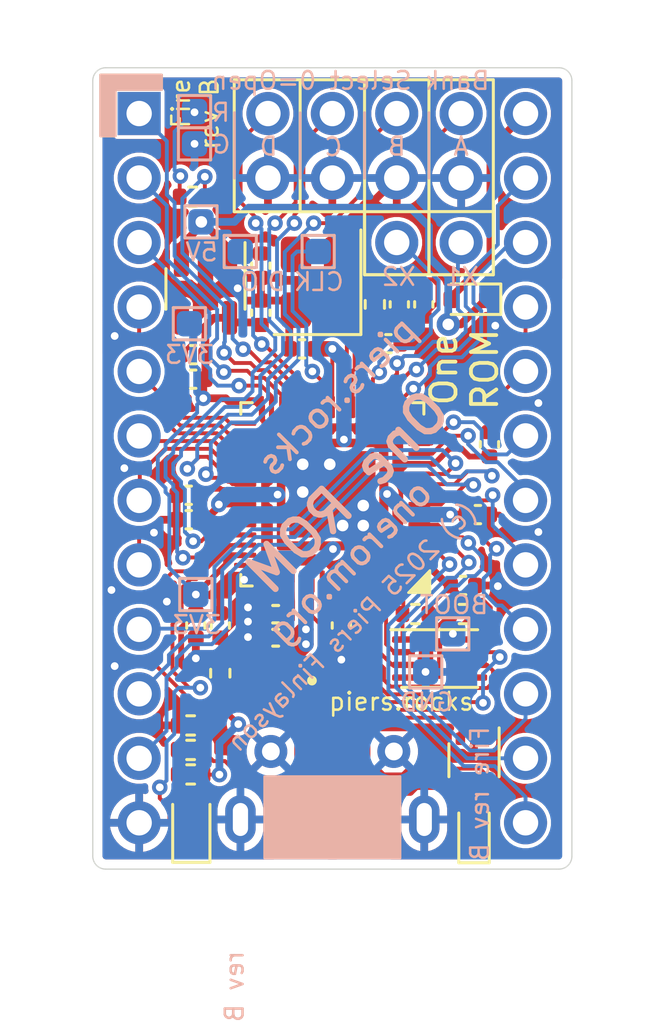
<source format=kicad_pcb>
(kicad_pcb (version 20241229) (generator "pcbnew") (generator_version "9.0")
  (layers (0 "F.Cu" signal) (2 "B.Cu" signal) (13 "F.Paste" user) (15 "B.Paste" user) (5 "F.SilkS" user "F.Silkscreen") (7 "B.SilkS" user "B.Silkscreen") (1 "F.Mask" user) (3 "B.Mask" user) (25 "Edge.Cuts" user))
  (net 0 "")
  (net 1 "Net-(U1-VREG_AVDD)")
  (net 2 "GND")
  (net 3 "+5V")
  (net 4 "+3V3")
  (net 5 "+1V1")
  (net 6 "SWCLK")
  (net 7 "SWDIO")
  (net 8 "A2")
  (net 9 "Net-(U1-XIN)")
  (net 10 "Net-(U1-XOUT)")
  (net 11 "BOOT")
  (net 12 "A0")
  (net 13 "A8")
  (net 14 "D1")
  (net 15 "D4")
  (net 16 "CX1")
  (net 17 "A11")
  (net 18 "D2")
  (net 19 "A12")
  (net 20 "RUN")
  (net 21 "D5")
  (net 22 "VHOST")
  (net 23 "Net-(U1-VREG_LX)")
  (net 24 "Net-(U1-RUN)")
  (net 25 "QSPI_SS")
  (net 26 "D6")
  (net 27 "QSPI_SD3")
  (net 28 "A9")
  (net 29 "A4")
  (net 30 "D3")
  (net 31 "QSPI_SD1")
  (net 32 "A3")
  (net 33 "A1")
  (net 34 "D7")
  (net 35 "A7")
  (net 36 "A5")
  (net 37 "A10")
  (net 38 "CS1")
  (net 39 "QSPI_SD0")
  (net 40 "QSPI_SCLK")
  (net 41 "D0")
  (net 42 "VBUS")
  (net 43 "QSPI_SD2")
  (net 44 "CX2")
  (net 45 "VBUS_DET")
  (net 47 "A6")
  (net 48 "Net-(D1-A)")
  (net 49 "Net-(C19-Pad1)")
  (net 50 "LED0")
  (net 51 "SEL_C")
  (net 52 "SEL_B")
  (net 53 "SEL_A")
  (net 54 "D-")
  (net 55 "D+")
  (net 56 "Net-(J6-D+)")
  (net 57 "Net-(J6-D-)")
  (net 59 "SEL_D")
  (footprint "RP2350_60QFN_minimal:C_0402_1005Metric_small_pads" (layer "F.Cu") (at 106.99069 52.411843 180)
    (property "Reference" "C17" (hide yes))
    (property "Value" "4.7uF")
  )
  (footprint "Capacitor_SMD:C_0402_1005Metric" (layer "F.Cu") (at 111.8616 39.2684 90)
    (property "Reference" "C19" (hide yes))
    (property "Value" "15pF")
  )
  (footprint "Capacitor_SMD:C_0402_1005Metric" (layer "F.Cu") (at 112.8268 39.2684 90)
    (property "Reference" "C18" (hide yes))
    (property "Value" "15pF")
  )
  (footprint "Package_SON:Winbond_USON-8-1EP_3x2mm_P0.5mm_EP0.2x1.6mm" (layer "F.Cu") (at 113.4523 53.2197)
    (property "Reference" "U5" (hide yes))
    (property "Value" "W25Q16JVSS")
  )
  (footprint "piers footprints:USB_Micro-B_micro_xnj_073_C404969" (layer "F.Cu") (at 109.22 57.8806)
    (property "Reference" "J6" (hide yes))
    (property "Value" "USB_B_Micro")
  )
  (footprint "Package_TO_SOT_SMD:SOT-23-5" (layer "F.Cu") (at 104.2162 38.6588 -90)
    (property "Reference" "U3" (hide yes))
    (property "Value" "AP2112K-3.3")
  )
  (footprint "Capacitor_SMD:C_0402_1005Metric" (layer "F.Cu") (at 103.5558 46.7868 180)
    (property "Reference" "C6" (hide yes))
    (property "Value" "0.1uF")
  )
  (footprint "Capacitor_SMD:C_0402_1005Metric" (layer "F.Cu") (at 111.4298 40.8178)
    (property "Reference" "C8" (hide yes))
    (property "Value" "0.1uF")
  )
  (footprint "RP2350_60QFN_minimal:L_pol_2016" (layer "F.Cu") (at 106.99069 54.088243 180)
    (property "Reference" "L1" (hide yes))
    (property "Value" "3.3u")
  )
  (footprint "RP2350_60QFN_minimal:C_0402_1005Metric_small_pads" (layer "F.Cu") (at 106.99069 51.472043 180)
    (property "Reference" "C16" (hide yes))
    (property "Value" "4.7uF")
  )
  (footprint "Diode_SMD:D_SOD-523" (layer "F.Cu") (at 114.808 60.006 90)
    (property "Reference" "D3" (hide yes))
    (property "Value" "MSK4005")
  )
  (footprint "Capacitor_SMD:C_0402_1005Metric" (layer "F.Cu") (at 108.0262 41.021 180)
    (property "Reference" "C3" (hide yes))
    (property "Value" "4.7uF")
  )
  (footprint "Capacitor_SMD:C_0402_1005Metric" (layer "F.Cu") (at 109.5756 51.9176 -90)
    (property "Reference" "C11" (hide yes))
    (property "Value" "0.1uF")
  )
  (footprint "Resistor_SMD:R_0402_1005Metric" (layer "F.Cu") (at 103.63 56.8198 180)
    (property "Reference" "R7" (hide yes))
    (property "Value" "10K")
  )
  (footprint "Resistor_SMD:R_0402_1005Metric" (layer "F.Cu") (at 112.4966 51.4671 180)
    (property "Reference" "R3" (hide yes))
    (property "Value" "10K")
  )
  (footprint "Diode_SMD:D_SOD-523" (layer "F.Cu") (at 114.6048 39.0652 180)
    (property "Reference" "D2" (hide yes))
    (property "Value" "MSK4005")
  )
  (footprint "Resistor_SMD:R_0402_1005Metric" (layer "F.Cu") (at 114.3762 51.4671)
    (property "Reference" "R2" (hide yes))
    (property "Value" "1K")
  )
  (footprint "Crystal:Crystal_SMD_Abracon_ABM8G-4Pin_3.2x2.5mm" (layer "F.Cu") (at 108.6358 38.397 90)
    (property "Reference" "Y1" (hide yes))
    (property "Value" "Crystal_GND24")
  )
  (footprint "Package_TO_SOT_SMD:SOT-666" (layer "F.Cu") (at 114.808 57.2262 -90)
    (property "Reference" "U4" (hide yes))
    (property "Value" "USBLC6-2P6")
  )
  (footprint "Capacitor_SMD:C_0402_1005Metric" (layer "F.Cu") (at 103.7336 41.2496 180)
    (property "Reference" "C7" (hide yes))
    (property "Value" "4.7uF")
  )
  (footprint "RP2350_60QFN_minimal:RP2350-QFN-60-1EP_7x7_P0.4mm_EP3.4x3.4mm_ThermalVias" (layer "F.Cu") (at 109.22 46.7502 180)
    (property "Reference" "U1" (hide yes))
    (property "Value" "RP2350_60QFN")
  )
  (footprint "Resistor_SMD:R_0402_1005Metric" (layer "F.Cu") (at 110.8964 39.2684 90)
    (property "Reference" "R6" (hide yes))
    (property "Value" "1K")
  )
  (footprint "Capacitor_SMD:C_0402_1005Metric" (layer "F.Cu") (at 106.4006 39.5986 90)
    (property "Reference" "C2" (hide yes))
    (property "Value" "4.7uF")
  )
  (footprint "Capacitor_SMD:C_0402_1005Metric" (layer "F.Cu") (at 106.4006 37.7444 -90)
    (property "Reference" "C1" (hide yes))
    (property "Value" "4.7uF")
  )
  (footprint "Capacitor_SMD:C_0402_1005Metric" (layer "F.Cu") (at 103.5558 47.752 180)
    (property "Reference" "C5" (hide yes))
    (property "Value" "0.1uF")
  )
  (footprint "Capacitor_SMD:C_0402_1005Metric" (layer "F.Cu") (at 114.9604 47.5488)
    (property "Reference" "C4" (hide yes))
    (property "Value" "0.1uF")
  )
  (footprint "piers footprints:PinHeader_2x04_P2.54mm_Vertical custom silkscreen" (layer "F.Cu") (at 114.3 31.75 -90)
    (property "Reference" "J2" (hide yes))
    (property "Value" "Conn_02x04_Odd_Even" (hide yes))
  )
  (footprint "piers_retro_footprints:2x12 dip pin output 600mil centres no ss" (layer "F.Cu") (at 101.6 31.75)
    (property "Reference" "U2" (hide yes))
    (property "Value" "2332/2364 SOCKET" (hide yes))
  )
  (footprint "Resistor_SMD:R_0402_1005Metric" (layer "F.Cu") (at 104.8004 53.7972 -90)
    (property "Reference" "R4" (hide yes))
    (property "Value" "33R")
  )
  (footprint "Capacitor_SMD:C_0402_1005Metric" (layer "F.Cu") (at 114.3762 50.3428)
    (property "Reference" "C13" (hide yes))
    (property "Value" "4.7uF")
  )
  (footprint "Capacitor_SMD:C_0402_1005Metric" (layer "F.Cu") (at 103.731 42.2148 180)
    (property "Reference" "C10" (hide yes))
    (property "Value" "0.1uF")
  )
  (footprint "Resistor_SMD:R_0402_1005Metric" (layer "F.Cu") (at 103.7082 35.0266 180)
    (property "Reference" "R1" (hide yes))
    (property "Value" "1K")
  )
  (footprint "Resistor_SMD:R_0402_1005Metric" (layer "F.Cu") (at 103.63 55.8546 180)
    (property "Reference" "R8" (hide yes))
    (property "Value" "10K")
  )
  (footprint "Capacitor_SMD:C_0402_1005Metric" (layer "F.Cu") (at 115.4176 44.7802 90)
    (property "Reference" "C12" (hide yes))
    (property "Value" "0.1uF")
  )
  (footprint "Capacitor_SMD:C_0402_1005Metric" (layer "F.Cu") (at 104.8004 51.9176 90)
    (property "Reference" "C15" (hide yes))
    (property "Value" "4.7uF")
  )
  (footprint "Connector_PinHeader_2.54mm:PinHeader_1x02_P2.54mm_Vertical" (layer "F.Cu") (at 114.3 36.83 -90)
    (property "Reference" "J3" (hide yes))
    (property "Value" "Conn_01x02_Pin" (hide yes))
  )
  (footprint "Capacitor_SMD:C_0402_1005Metric" (layer "F.Cu") (at 103.8352 51.9176 -90)
    (property "Reference" "C9" (hide yes))
    (property "Value" "0.1uF")
  )
  (footprint "LED_SMD:LED_0603_1608Metric" (layer "F.Cu") (at 103.6574 59.7662 90)
    (property "Reference" "D1" (hide yes))
    (property "Value" "LED_Small")
  )
  (footprint "Resistor_SMD:R_0402_1005Metric" (layer "F.Cu") (at 103.632 57.785 180)
    (property "Reference" "R5" (hide yes))
    (property "Value" "1K")
  )
  (footprint "piers retro footprints:1mm smd test point small ss" (layer "B.Cu") (at 112.903 53.7464 180)
    (property "Reference" "TP1" (hide yes))
    (property "Value" "TestPoint" (hide yes))
  )
  (footprint "piers retro footprints:1mm smd test point small ss" (layer "B.Cu") (at 108.6612 37.1856 180)
    (property "Reference" "TP5" (hide yes))
    (property "Value" "TestPoint" (hide yes))
  )
  (footprint "piers retro footprints:1mm smd test point small ss" (layer "B.Cu") (at 104.0384 36.0172 180)
    (property "Reference" "TP9" (hide yes))
    (property "Value" "TestPoint" (hide yes))
  )
  (footprint "piers retro footprints:1mm smd test point small ss" (layer "B.Cu") (at 113.9698 52.2478 180)
    (property "Reference" "TP6" (hide yes))
    (property "Value" "TestPoint" (hide yes))
  )
  (footprint "piers retro footprints:1mm smd test point small ss" (layer "B.Cu") (at 103.8352 50.6984 180)
    (property "Reference" "TP8" (hide yes))
    (property "Value" "TestPoint" (hide yes))
  )
  (footprint "piers retro footprints:1mm smd test point small ss" (layer "B.Cu") (at 103.7844 31.6738 180)
    (property "Reference" "TP7" (hide yes))
    (property "Value" "TestPoint" (hide yes))
  )
  (footprint "piers retro footprints:1mm smd test point small ss" (layer "B.Cu") (at 103.5812 40.0304 180)
    (property "Reference" "TP2" (hide yes))
    (property "Value" "TestPoint" (hide yes))
  )
  (footprint "piers retro footprints:1mm smd test point small ss" (layer "B.Cu") (at 105.5878 37.1856 180)
    (property "Reference" "TP4" (hide yes))
    (property "Value" "TestPoint" (hide yes))
  )
  (footprint "piers retro footprints:1mm smd test point small ss" (layer "B.Cu") (at 103.7844 32.9438 180)
    (property "Reference" "TP3" (hide yes))
    (property "Value" "TestPoint" (hide yes))
  )
  (gr_poly (pts (xy 106.084073 51.586602) (xy 105.6894 51.4604) (xy 105.6894 51.1048) (xy 105.83075 51.0032) (xy 106.0704 51.0032) (xy 106.250819 50.984608) (xy 106.7308 50.8) (xy 106.7816 50.7746) (xy 106.356169 51.314506)) (stroke (width 0.2)) (fill yes) (layer "F.Cu") (net 2))
  (gr_poly (pts (xy 106.99069 52.785832) (xy 106.78749 52.963632) (xy 106.35569 52.989032) (xy 106.05089 53.268432) (xy 106.05089 53.979632) (xy 106.40649 53.725632) (xy 106.99069 53.039832)) (stroke (width 0.2)) (fill yes) (layer "F.Cu") (net 23))
  (gr_poly (pts (xy 106.4768 51.054) (xy 106.0704 51.054) (xy 105.7656 51.3334) (xy 105.6894 51.4604) (xy 105.6894 52.4256) (xy 105.8926 52.578) (xy 106.2228 52.578) (xy 106.6038 52.578) (xy 106.6038 51.0032)) (stroke (width 0.2)) (fill yes) (layer "F.Cu") (net 2))
  (gr_poly (pts (xy 107.744837 53.688865) (xy 107.430279 53.213) (xy 107.36267 52.57368) (xy 107.668637 52.545865) (xy 107.785879 52.8828) (xy 107.912879 53.2384)) (stroke (width 0.2)) (fill yes) (layer "F.Cu") (net 5))
  (gr_poly (pts (xy 107.625573 50.5206) (xy 107.6452 50.9651) (xy 107.6452 51.2826) (xy 107.3658 51.260297) (xy 107.619014 50.9535)) (stroke (width 0.2)) (fill yes) (layer "F.Cu") (net 4))
  (gr_line (start 107.0991 52.7304) (end 106.8705 52.7304) (stroke (width 0.127)) (layer "F.SilkS"))
  (gr_poly (pts (xy 100.076 30.226) (xy 102.489 30.226) (xy 102.489 30.8102) (xy 100.6602 30.8102) (xy 100.6602 32.639) (xy 100.076 32.639)) (stroke (width 0.1)) (fill yes) (layer "F.SilkS"))
  (gr_line (start 110.49 38.1) (end 110.49 35.6108) (stroke (width 0.127)) (layer "F.SilkS"))
  (gr_line (start 113.03 38.1) (end 113.03 35.6108) (stroke (width 0.127)) (layer "F.SilkS"))
  (gr_line (start 107.0991 51.816) (end 106.8705 51.816) (stroke (width 0.127)) (layer "F.SilkS"))
  (gr_line (start 107.0991 51.1302) (end 106.8705 51.1302) (stroke (width 0.127)) (layer "F.SilkS"))
  (gr_line (start 107.0991 52.07) (end 106.8705 52.07) (stroke (width 0.127)) (layer "F.SilkS"))
  (gr_line (start 115.57 38.1) (end 115.57 35.6108) (stroke (width 0.127)) (layer "F.SilkS"))
  (gr_line (start 115.57 38.1) (end 110.49 38.1) (stroke (width 0.127)) (layer "F.SilkS"))
  (gr_rect (start 106.54665 57.86755) (end 111.89335 61.08065) (stroke (width 0.1)) (fill yes) (layer "B.SilkS"))
  (gr_line (start 113.03 31.7104) (end 113.03 34.3012) (stroke (width 0.1)) (layer "B.SilkS"))
  (gr_line (start 110.49 31.7104) (end 110.49 34.3012) (stroke (width 0.1)) (layer "B.SilkS"))
  (gr_line (start 107.95 31.715) (end 107.95 34.3058) (stroke (width 0.1)) (layer "B.SilkS"))
  (gr_poly (pts (xy 100.076 30.226) (xy 100.076 32.639) (xy 100.6602 32.639) (xy 100.6602 30.8102) (xy 102.489 30.8102) (xy 102.489 30.226)) (stroke (width 0.1)) (fill yes) (layer "B.SilkS"))
  (gr_line (start 105.3592 31.7104) (end 105.3592 34.3012) (stroke (width 0.1)) (layer "B.SilkS"))
  (gr_line (start 118.6688 30.4546) (end 118.6688 61.00719) (stroke (width 0.05)) (layer "Edge.Cuts"))
  (gr_arc (start 118.1608 29.9466) (mid 118.52001 30.09539) (end 118.6688 30.4546) (stroke (width 0.05)) (layer "Edge.Cuts"))
  (gr_line (start 100.27899 29.9466) (end 118.1608 29.9466) (stroke (width 0.05)) (layer "Edge.Cuts"))
  (gr_arc (start 99.77099 30.4546) (mid 99.91978 30.09539) (end 100.27899 29.9466) (stroke (width 0.05)) (layer "Edge.Cuts"))
  (gr_arc (start 118.6688 61.00719) (mid 118.52001 61.3664) (end 118.1608 61.51519) (stroke (width 0.05)) (layer "Edge.Cuts"))
  (gr_line (start 99.7712 61.00719) (end 99.77099 30.4546) (stroke (width 0.05)) (layer "Edge.Cuts"))
  (gr_arc (start 100.2792 61.51519) (mid 99.91999 61.3664) (end 99.7712 61.00719) (stroke (width 0.05)) (layer "Edge.Cuts"))
  (gr_line (start 118.1608 61.51519) (end 100.2792 61.51519) (stroke (width 0.05)) (layer "Edge.Cuts"))
  (gr_text "piers.rocks" (at 111.9378 54.9148 -0) (layer "F.SilkS") (effects (font (size 0.7 0.7) (thickness 0.1))))
  (gr_text "Fire\nrev B" (at 103.8098 30.3022 90) (layer "F.SilkS") (effects (font (size 0.7 0.7) (thickness 0.1)) (justify right)))
  (gr_text "One\nROM" (at 114.427 41.8338 90) (layer "F.SilkS") (effects (font (size 1 1))))
  (gr_text "DIO" (at 106.4768 38.3794 0) (layer "B.SilkS") (effects (font (size 0.7 0.7) (thickness 0.1)) (justify mirror)))
  (gr_text "G" (at 104.8512 32.9692 0) (layer "B.SilkS") (effects (font (size 0.7 0.7) (thickness 0.1)) (justify mirror)))
  (gr_text "piers.rocks" (at 109.3978 42.8752 45) (layer "B.SilkS") (effects (font (size 1 1)) (justify mirror)))
  (gr_text "5V" (at 104.0638 37.211 0) (layer "B.SilkS") (effects (font (size 0.7 0.7) (thickness 0.1)) (justify mirror)))
  (gr_text "(c) 2025 Piers Finlayson" (at 109.982 51.9684 45) (layer "B.SilkS") (effects (font (size 0.7 0.7) (thickness 0.1)) (justify mirror)))
  (gr_text "GND" (at 112.9538 54.9402 0) (layer "B.SilkS") (effects (font (size 0.7 0.7) (thickness 0.1)) (justify mirror)))
  (gr_text "3V3" (at 103.8606 51.8922 0) (layer "B.SilkS") (effects (font (size 0.7 0.7) (thickness 0.1)) (justify mirror)))
  (gr_text "B" (at 111.76 33.0454 0) (layer "B.SilkS") (effects (font (size 0.7 0.7) (thickness 0.1)) (justify mirror)))
  (gr_text "Bank Select 0=Open" (at 109.9312 30.4546 0) (layer "B.SilkS") (effects (font (size 0.7 0.7) (thickness 0.1)) (justify mirror)))
  (gr_text "onerom.org" (at 109.9058 49.403 45) (layer "B.SilkS") (effects (font (size 1 1)) (justify mirror)))
  (gr_text "X2" (at 111.8362 38.1762 0) (layer "B.SilkS") (effects (font (size 0.7 0.7) (thickness 0.1)) (justify mirror)))
  (gr_text "A" (at 114.3 33.0454 0) (layer "B.SilkS") (effects (font (size 0.7 0.7) (thickness 0.1)) (justify mirror)))
  (gr_text "BOOT" (at 114.0206 51.1048 0) (layer "B.SilkS") (effects (font (size 0.7 0.7) (thickness 0.1)) (justify mirror)))
  (gr_text "D" (at 106.7054 33.0454 0) (layer "B.SilkS") (effects (font (size 0.7 0.7) (thickness 0.1)) (justify mirror)))
  (gr_text "R" (at 104.8258 31.7104 0) (layer "B.SilkS") (effects (font (size 0.7 0.7) (thickness 0.1)) (justify mirror)))
  (gr_text "rev B" (at 105.3592 66.1416 90) (layer "B.SilkS") (effects (font (size 0.7 0.7) (thickness 0.1)) (justify mirror)))
  (gr_text "CLK" (at 108.6866 38.3794 0) (layer "B.SilkS") (effects (font (size 0.7 0.7) (thickness 0.1)) (justify mirror)))
  (gr_text "One ROM" (at 109.8296 46.6598 45) (layer "B.SilkS") (effects (font (size 1.5 1.5) (thickness 0.25) (bold yes)) (justify mirror)))
  (gr_text "X1" (at 114.3254 38.1762 0) (layer "B.SilkS") (effects (font (size 0.7 0.7) (thickness 0.1)) (justify mirror)))
  (gr_text "3V3" (at 103.5812 41.2496 0) (layer "B.SilkS") (effects (font (size 0.7 0.7) (thickness 0.1)) (justify mirror)))
  (gr_text "Fire rev B" (at 115.0366 61.2648 90) (layer "B.SilkS") (effects (font (size 0.7 0.7) (thickness 0.1)) (justify right mirror)))
  (gr_text "C" (at 109.2604 33.0708 0) (layer "B.SilkS") (effects (font (size 0.7 0.7) (thickness 0.1)) (justify mirror)))
  (segment (start 106.42 50.1877) (end 105.9434 50.6643) (width 0.1524) (layer "F.Cu") (net 1))
  (segment (start 105.9434 50.6643) (end 105.942148 50.663048) (width 0.1524) (layer "F.Cu") (net 1))
  (segment (start 105.34 51.858) (end 104.8004 52.3976) (width 0.1524) (layer "F.Cu") (net 1))
  (segment (start 105.665026 50.663048) (end 105.34 50.988075) (width 0.1524) (layer "F.Cu") (net 1))
  (segment (start 104.8004 52.3976) (end 104.8004 53.2872) (width 0.1524) (layer "F.Cu") (net 1))
  (segment (start 105.942148 50.663048) (end 105.665026 50.663048) (width 0.1524) (layer "F.Cu") (net 1))
  (segment (start 105.34 50.988075) (end 105.34 51.858) (width 0.1524) (layer "F.Cu") (net 1))
  (segment (start 107.5208 40.9956) (end 107.5208 39.762) (width 0.3048) (layer "F.Cu") (net 2))
  (segment (start 112.2402 55.9318) (end 110.7938 55.9318) (width 0.3048) (layer "F.Cu") (net 2))
  (segment (start 110.52 56.2056) (end 110.52 56.4181) (width 0.3048) (layer "F.Cu") (net 2))
  (segment (start 115.4176 43.7414) (end 115.4176 44.3002) (width 0.2286) (layer "F.Cu") (net 2))
  (segment (start 106.4006 39.1186) (end 107.4074 39.1186) (width 0.3048) (layer "F.Cu") (net 2))
  (segment (start 110.1344 55.2196) (end 110.109 55.2196) (width 0.3048) (layer "F.Cu") (net 2))
  (segment (start 102.7112 40.1638) (end 102.705 40.1576) (width 0.2032) (layer "F.Cu") (net 2))
  (segment (start 103.8085 40.6947) (end 103.8085 39.9301) (width 0.1778) (layer "F.Cu") (net 2))
  (segment (start 107.5208 39.762) (end 107.7858 39.497) (width 0.3048) (layer "F.Cu") (net 2))
  (segment (start 103.8085 39.9301) (end 103.9622 39.7764) (width 0.1778) (layer "F.Cu") (net 2))
  (segment (start 106.1466 51.40277) (end 106.1466 51.816) (width 0.2286) (layer "F.Cu") (net 2))
  (segment (start 107.4074 39.1186) (end 107.7858 39.497) (width 0.3048) (layer "F.Cu") (net 2))
  (segment (start 110.52 55.6052) (end 110.1344 55.2196) (width 0.3048) (layer "F.Cu") (net 2))
  (segment (start 109.4858 36.5642) (end 111.76 34.29) (width 0.3048) (layer "F.Cu") (net 2))
  (segment (start 103.8352 52.3976) (end 103.8352 53.213) (width 0.2286) (layer "F.Cu") (net 2))
  (segment (start 116.0044 43.1546) (end 115.4176 43.7414) (width 0.2286) (layer "F.Cu") (net 2))
  (segment (start 109.4858 37.297) (end 109.4858 36.5642) (width 0.3048) (layer "F.Cu") (net 2))
  (segment (start 117.348 48.2346) (end 117.2972 48.1838) (width 0.2286) (layer "F.Cu") (net 2))
  (segment (start 108.7256 38.5572) (end 110.1852 38.5572) (width 0.1524) (layer "F.Cu") (net 2))
  (segment (start 102.616 41.2496) (end 102.5144 41.148) (width 0.2032) (layer "F.Cu") (net 2))
  (segment (start 117.348 43.1546) (end 116.0044 43.1546) (width 0.2286) (layer "F.Cu") (net 2))
  (segment (start 102.5144 41.148) (end 102.5144 40.3606) (width 0.2032) (layer "F.Cu") (net 2))
  (segment (start 112.417 56.1086) (end 112.2402 55.9318) (width 0.3048) (layer "F.Cu") (net 2))
  (segment (start 112.0273 53.9697) (end 112.671798 53.9697) (width 0.1524) (layer "F.Cu") (net 2))
  (segment (start 111.645 56.8806) (end 112.417 56.1086) (width 0.3048) (layer "F.Cu") (net 2))
  (segment (start 105.478327 50.37503) (end 105.2576 50.37503) (width 0.2286) (layer "F.Cu") (net 2))
  (segment (start 114.8562 50.3428) (end 115.7224 50.3428) (width 0.1524) (layer "F.Cu") (net 2))
  (segment (start 110.5408 38.2016) (end 111.2748 38.2016) (width 0.1524) (layer "F.Cu") (net 2))
  (segment (start 104.2162 37.5213) (end 104.2162 38.6334) (width 0.6096) (layer "F.Cu") (net 2))
  (segment (start 115.6462 40.1066) (end 114.935 40.8178) (width 0.3048) (layer "F.Cu") (net 2))
  (segment (start 110.7938 55.9318) (end 110.52 56.2056) (width 0.3048) (layer "F.Cu") (net 2))
  (segment (start 105.2576 50.37503) (end 104.8004 50.83223) (width 0.2286) (layer "F.Cu") (net 2))
  (segment (start 111.2748 38.2016) (end 111.8616 38.7884) (width 0.1524) (layer "F.Cu") (net 2))
  (segment (start 103.2536 41.2496) (end 103.8085 40.6947) (width 0.1778) (layer "F.Cu") (net 2))
  (segment (start 106.4006 39.1186) (end 106.4006 39.116) (width 0.3048) (layer "F.Cu") (net 2))
  (segment (start 103.2536 41.2496) (end 102.616 41.2496) (width 0.2032) (layer "F.Cu") (net 2))
  (segment (start 115.7986 47.5488) (end 115.4404 47.5488) (width 0.2286) (layer "F.Cu") (net 2))
  (segment (start 110.52 56.4181) (end 110.52 55.6052) (width 0.3048) (layer "F.Cu") (net 2))
  (segment (start 102.705 36.8426) (end 102.9462 36.6014) (width 0.2032) (layer "F.Cu") (net 2))
  (segment (start 104.8004 50.83223) (end 104.8004 51.4376) (width 0.2286) (layer "F.Cu") (net 2))
  (segment (start 110.1852 38.5572) (end 110.5408 38.2016) (width 0.1524) (layer "F.Cu") (net 2))
  (segment (start 105.739606 50.113751) (end 105.478327 50.37503) (width 0.2286) (layer "F.Cu") (net 2))
  (segment (start 117.2972 48.1838) (end 116.4336 48.1838) (width 0.2286) (layer "F.Cu") (net 2))
  (segment (start 116.4336 48.1838) (end 115.7986 47.5488) (width 0.2286) (layer "F.Cu") (net 2))
  (segment (start 109.5756 52.3976) (end 109.5756 53.2638) (width 0.3048) (layer "F.Cu") (net 2))
  (segment (start 107.7858 39.497) (end 108.7256 38.5572) (width 0.1524) (layer "F.Cu") (net 2))
  (segment (start 102.705 40.1576) (end 102.705 36.8426) (width 0.2032) (layer "F.Cu") (net 2))
  (segment (start 106.4006 38.2244) (end 106.4006 38.227) (width 0.3048) (layer "F.Cu") (net 2))
  (segment (start 102.5144 40.3606) (end 102.7112 40.1638) (width 0.2032) (layer "F.Cu") (net 2))
  (segment (start 112.671798 53.9697) (end 112.895098 53.7464) (width 0.1524) (layer "F.Cu") (net 2))
  (segment (start 103.8352 52.3976) (end 103.8404 52.3976) (width 0.2286) (layer "F.Cu") (net 2))
  (segment (start 106.4006 39.1186) (end 106.4006 38.2244) (width 0.3048) (layer "F.Cu") (net 2))
  (segment (start 112.8268 38.7884) (end 111.8616 38.7884) (width 0.1524) (layer "F.Cu") (net 2))
  (segment (start 115.7224 50.3428) (end 115.7478 50.3682) (width 0.1524) (layer "F.Cu") (net 2))
  (segment (start 114.935 40.8178) (end 111.9098 40.8178) (width 0.3048) (layer "F.Cu") (net 2))
  (segment (start 103.0758 46.7868) (end 103.0758 47.752) (width 0.3048) (layer "F.Cu") (net 2))
  (via (at 105.4862 38.6334) (size 0.6096) (drill 0.3048) (layers "F.Cu" "B.Cu") (net 2))
  (via (at 109.6264 47.9806) (size 0.9144) (drill 0.4572) (layers "F.Cu" "B.Cu") (net 2))
  (via (at 100.6348 53.5178) (size 0.6096) (drill 0.3048) (layers "F.Cu" "B.Cu") (net 2))
  (via (at 105.739606 50.113751) (size 0.6096) (drill 0.3048) (layers "F.Cu" "B.Cu") (net 2))
  (via (at 103.8352 53.213) (size 0.6096) (drill 0.3048) (layers "F.Cu" "B.Cu") (net 2))
  (via (at 109.1184 45.5676) (size 0.9144) (drill 0.4572) (layers "F.Cu" "B.Cu") (net 2))
  (via (at 103.7844 32.9438) (size 0.6096) (drill 0.3048) (layers "F.Cu" "B.Cu") (net 2))
  (via (at 105.8926 51.7652) (size 0.6096) (drill 0.3048) (layers "F.Cu" "B.Cu") (net 2))
  (via (at 110.4392 47.9806) (size 0.9144) (drill 0.4572) (layers "F.Cu" "B.Cu") (net 2))
  (via (at 109.5756 53.2638) (size 0.6096) (drill 0.3048) (layers "F.Cu" "B.Cu") (net 2))
  (via (at 101.0158 45.72) (size 0.6096) (drill 0.3048) (layers "F.Cu" "B.Cu") (net 2))
  (via (at 115.6462 40.1066) (size 0.6096) (drill 0.3048) (layers "F.Cu" "B.Cu") (net 2))
  (via (at 102.1842 48.26) (size 0.6096) (drill 0.3048) (layers "F.Cu" "B.Cu") (net 2))
  (via (at 117.348 43.1546) (size 0.6096) (drill 0.3048) (layers "F.Cu" "B.Cu") (net 2))
  (via (at 100.6348 40.513) (size 0.6096) (drill 0.3048) (layers "F.Cu" "B.Cu") (net 2))
  (via (at 112.895098 53.7464) (size 0.6096) (drill 0.3048) (layers "F.Cu" "B.Cu") (net 2))
  (via (at 115.7478 50.3682) (size 0.6096) (drill 0.3048) (layers "F.Cu" "B.Cu") (net 2))
  (via (at 102.6922 50.9778) (size 0.6096) (drill 0.3048) (layers "F.Cu" "B.Cu") (net 2))
  (via (at 100.5078 50.5206) (size 0.6096) (drill 0.3048) (layers "F.Cu" "B.Cu") (net 2))
  (via (at 108.0516 46.6598) (size 0.9144) (drill 0.4572) (layers "F.Cu" "B.Cu") (net 2))
  (via (at 117.348 48.2346) (size 0.6096) (drill 0.3048) (layers "F.Cu" "B.Cu") (net 2))
  (via (at 108.0516 45.5676) (size 0.9144) (drill 0.4572) (layers "F.Cu" "B.Cu") (net 2))
  (via (at 105.8926 52.3748) (size 0.6096) (drill 0.3048) (layers "F.Cu" "B.Cu") (net 2))
  (via (at 110.4392 47.1932) (size 0.9144) (drill 0.4572) (layers "F.Cu" "B.Cu") (net 2))
  (via (at 105.8926 51.2064) (size 0.6096) (drill 0.3048) (layers "F.Cu" "B.Cu") (net 2))
  (segment (start 113.792 40.0558) (end 114.2888 40.0558) (width 0.3048) (layer "F.Cu") (net 3))
  (segment (start 116.2192 38.1254) (end 115.2794 39.0652) (width 0.3048) (layer "F.Cu") (net 3))
  (segment (start 117.3352 60.8458) (end 115.6448 60.8458) (width 0.3048) (layer "F.Cu") (net 3))
  (segment (start 104.052 36.156) (end 103.2662 36.9418) (width 0.3048) (layer "F.Cu") (net 3))
  (segment (start 116.5606 38.1254) (end 117.4242 38.1254) (width 0.3048) (layer "F.Cu") (net 3))
  (segment (start 105.4231 37.2644) (end 105.1662 37.5213) (width 0.3048) (layer "F.Cu") (net 3))
  (segment (start 103.2662 36.9418) (end 103.2662 37.5213) (width 0.3048) (layer "F.Cu") (net 3))
  (segment (start 114.2888 40.0558) (end 115.2794 39.0652) (width 0.3048) (layer "F.Cu") (net 3))
  (segment (start 116.5606 38.1254) (end 116.2192 38.1254) (width 0.3048) (layer "F.Cu") (net 3))
  (segment (start 105.1662 37.0942) (end 105.1662 37.5213) (width 0.3048) (layer "F.Cu") (net 3))
  (segment (start 118.0154 60.1656) (end 117.3352 60.8458) (width 0.3048) (layer "F.Cu") (net 3))
  (segment (start 104.0892 36.0172) (end 105.1662 37.0942) (width 0.3048) (layer "F.Cu") (net 3))
  (segment (start 118.0154 38.7166) (end 118.0154 60.1656) (width 0.3048) (layer "F.Cu") (net 3))
  (segment (start 115.505 60.706) (end 114.808 60.706) (width 0.3048) (layer "F.Cu") (net 3))
  (segment (start 104.052 36.019325) (end 104.054125 36.0172) (width 0.3048) (layer "F.Cu") (net 3))
  (segment (start 104.052 36.019325) (end 104.052 36.156) (width 0.3048) (layer "F.Cu") (net 3))
  (segment (start 116.3574 38.1254) (end 116.5606 38.1254) (width 0.3048) (layer "F.Cu") (net 3))
  (segment (start 106.4006 37.2644) (end 105.4231 37.2644) (width 0.3048) (layer "F.Cu") (net 3))
  (segment (start 117.4242 38.1254) (end 118.0154 38.7166) (width 0.3048) (layer "F.Cu") (net 3))
  (segment (start 104.054125 36.0172) (end 104.0892 36.0172) (width 0.3048) (layer "F.Cu") (net 3))
  (segment (start 115.6448 60.8458) (end 115.505 60.706) (width 0.3048) (layer "F.Cu") (net 3))
  (via (at 104.052 36.019325) (size 0.9144) (drill 0.4572) (layers "F.Cu" "B.Cu") (net 3))
  (via (at 113.792 40.0558) (size 0.9144) (drill 0.4572) (layers "F.Cu" "B.Cu") (net 3))
  (segment (start 105.3592 36.0172) (end 105.918 35.4584) (width 0.3048) (layer "B.Cu") (net 3))
  (segment (start 105.918 35.4584) (end 112.2934 35.4584) (width 0.3048) (layer "B.Cu") (net 3))
  (segment (start 113.03 36.195) (end 113.03 37.4142) (width 0.3048) (layer "B.Cu") (net 3))
  (segment (start 113.03 37.4142) (end 113.792 38.1762) (width 0.3048) (layer "B.Cu") (net 3))
  (segment (start 113.792 38.1762) (end 113.792 40.0558) (width 0.3048) (layer "B.Cu") (net 3))
  (segment (start 104.052 36.019325) (end 104.054125 36.0172) (width 0.3048) (layer "B.Cu") (net 3))
  (segment (start 112.2934 35.4584) (end 113.03 36.195) (width 0.3048) (layer "B.Cu") (net 3))
  (segment (start 104.054125 36.0172) (end 105.3592 36.0172) (width 0.3048) (layer "B.Cu") (net 3))
  (segment (start 107.62 50.1877) (end 107.62 49.6572) (width 0.2286) (layer "F.Cu") (net 4))
  (segment (start 104.5519 39.7963) (end 104.2136 40.1346) (width 0.3048) (layer "F.Cu") (net 4))
  (segment (start 106.3016 39.9796) (end 105.3495 39.9796) (width 0.3048) (layer "F.Cu") (net 4))
  (segment (start 109.62 51.3932) (end 109.5756 51.4376) (width 0.2286) (layer "F.Cu") (net 4))
  (segment (start 114.316791 44.952553) (end 114.627038 45.2628) (width 0.2286) (layer "F.Cu") (net 4))
  (segment (start 110.4412 43.2915) (end 110.4412 41.3264) (width 0.2286) (layer "F.Cu") (net 4))
  (segment (start 106.3102 46.7502) (end 106.5276 46.5328) (width 0.2286) (layer "F.Cu") (net 4))
  (segment (start 104.2136 41.1988) (end 104.2136 42.1614) (width 0.3048) (layer "F.Cu") (net 4))
  (segment (start 105.7825 49.1502) (end 105.2818 49.1502) (width 0.2286) (layer "F.Cu") (net 4))
  (segment (start 112.6575 45.5502) (end 112.149 45.5502) (width 0.2286) (layer "F.Cu") (net 4))
  (segment (start 112.175626 49.4952) (end 111.903 49.4952) (width 0.2032) (layer "F.Cu") (net 4))
  (segment (start 106.2083 43.0784) (end 106.4142 43.2843) (width 0.3048) (layer "F.Cu") (net 4))
  (segment (start 107.62 49.6568) (end 107.8484 49.4284) (width 0.2286) (layer "F.Cu") (net 4))
  (segment (start 105.7825 46.7502) (end 106.3132 46.7502) (width 0.2286) (layer "F.Cu") (net 4))
  (segment (start 112.175626 49.4952) (end 112.1062 49.4952) (width 0.2032) (layer "F.Cu") (net 4))
  (segment (start 112.6575 45.5502) (end 112.169318 45.5502) (width 0.2286) (layer "F.Cu") (net 4))
  (segment (start 105.133795 46.7502) (end 105.7825 46.7502) (width 0.2032) (layer "F.Cu") (net 4))
  (segment (start 104.2136 40.1346) (end 104.2136 41.1988) (width 0.3048) (layer "F.Cu") (net 4))
  (segment (start 104.131129 42.967929) (end 104.131129 42.294671) (width 0.3048) (layer "F.Cu") (net 4))
  (segment (start 105.0798 55.1688) (end 105.0798 55.372) (width 0.2286) (layer "F.Cu") (net 4))
  (segment (start 103.5812 53.7972) (end 104.2924 53.7972) (width 0.2286) (layer "F.Cu") (net 4))
  (segment (start 104.131129 42.967929) (end 105.014929 42.967929) (width 0.3048) (layer "F.Cu") (net 4))
  (segment (start 109.22 51.082) (end 109.5756 51.4376) (width 0.2286) (layer "F.Cu") (net 4))
  (segment (start 109.62 50.1877) (end 109.62 49.676) (width 0.2286) (layer "F.Cu") (net 4))
  (segment (start 109.22 50.1877) (end 109.22 51.082) (width 0.2286) (layer "F.Cu") (net 4))
  (segment (start 113.507153 45.289328) (end 113.507153 45.287915) (width 0.2286) (layer "F.Cu") (net 4))
  (segment (start 114.8773 52.4697) (end 115.1957 52.4697) (width 0.1524) (layer "F.Cu") (net 4))
  (segment (start 104.2924 53.7972) (end 104.8004 54.3052) (width 0.2286) (layer "F.Cu") (net 4))
  (segment (start 113.842515 44.952553) (end 114.316791 44.952553) (width 0.2286) (layer "F.Cu") (net 4))
  (segment (start 106.42 43.3127) (end 106.465 43.3577) (width 0.2032) (layer "F.Cu") (net 4))
  (segment (start 104.0358 46.7868) (end 104.29163 46.53097) (width 0.2286) (layer "F.Cu") (net 4))
  (segment (start 105.0798 55.372) (end 105.5116 55.8038) (width 0.2286) (layer "F.Cu") (net 4))
  (segment (start 110.42 43.800882) (end 110.42 43.3127) (width 0.2286) (layer "F.Cu") (net 4))
  (segment (start 112.149 45.5502) (end 111.887 45.2882) (width 0.2286) (layer "F.Cu") (net 4))
  (segment (start 112.230626 49.5502) (end 112.175626 49.4952) (width 0.2032) (layer "F.Cu") (net 4))
  (segment (start 115.160064 50.9016) (end 114.455 50.9016) (width 0.1524) (layer "F.Cu") (net 4))
  (segment (start 115.415 45.2628) (end 115.4176 45.2602) (width 0.2286) (layer "F.Cu") (net 4))
  (segment (start 114.627038 45.2628) (end 115.415 45.2628) (width 0.2286) (layer "F.Cu") (net 4))
  (segment (start 105.7825 49.5502) (end 106.2026 49.5502) (width 0.2032) (layer "F.Cu") (net 4))
  (segment (start 106.299 49.4538) (end 106.6546 49.4538) (width 0.2032) (layer "F.Cu") (net 4))
  (segment (start 112.6575 49.5502) (end 112.230626 49.5502) (width 0.2032) (layer "F.Cu") (net 4))
  (segment (start 103.2575 53.4735) (end 103.5812 53.7972) (width 0.2286) (layer "F.Cu") (net 4))
  (segment (start 107.62 49.6572) (end 107.4166 49.4538) (width 0.2286) (layer "F.Cu") (net 4))
  (segment (start 104.980696 46.57914) (end 105.151756 46.7502) (width 0.2286) (layer "F.Cu") (net 4))
  (segment (start 115.1957 52.4697) (end 115.4684 52.197) (width 0.1524) (layer "F.Cu") (net 4))
  (segment (start 104.29163 46.53097) (end 104.79053 46.53097) (width 0.2286) (layer "F.Cu") (net 4))
  (segment (start 103.2575 52.0153) (end 103.2575 53.4735) (width 0.2286) (layer "F.Cu") (net 4))
  (segment (start 110.42 43.800882) (end 110.764318 44.1452) (width 0.2286) (layer "F.Cu") (net 4))
  (segment (start 111.887 45.832518) (end 111.887 46.0248) (width 0.2286) (layer "F.Cu") (net 4))
  (segment (start 113.0066 51.4671) (end 113.0066 51.2324) (width 0.1524) (layer "F.Cu") (net 4))
  (segment (start 105.7825 46.7502) (end 105.151756 46.7502) (width 0.2286) (layer "F.Cu") (net 4))
  (segment (start 106.2026 49.5502) (end 106.299 49.4538) (width 0.2032) (layer "F.Cu") (net 4))
  (segment (start 109.22 49.6824) (end 109.4232 49.4792) (width 0.2286) (layer "F.Cu") (net 4))
  (segment (start 110.42 41.345) (end 110.9472 40.8178) (width 0.1524) (layer "F.Cu") (net 4))
  (segment (start 106.3132 46.7502) (end 106.5022 46.9392) (width 0.2286) (layer "F.Cu") (net 4))
  (segment (start 115.4684 51.209936) (end 115.160064 50.9016) (width 0.1524) (layer "F.Cu") (net 4))
  (segment (start 109.62 50.1877) (end 109.62 49.6888) (width 0.2286) (layer "F.Cu") (net 4))
  (segment (start 115.4684 52.197) (end 115.4684 51.209936) (width 0.1524) (layer "F.Cu") (net 4))
  (segment (start 109.62 51.19) (end 109.4766 51.3334) (width 0.1524) (layer "F.Cu") (net 4))
  (segment (start 105.3495 39.9796) (end 105.1662 39.7963) (width 0.3048) (layer "F.Cu") (net 4))
  (segment (start 111.887 45.2882) (end 111.887 45.1104) (width 0.2286) (layer "F.Cu") (net 4))
  (segment (start 113.246281 45.5502) (end 113.507153 45.289328) (width 0.2286) (layer "F.Cu") (net 4))
  (segment (start 110.42 43.800882) (end 110.0836 44.137282) (width 0.2286) (layer "F.Cu") (net 4))
  (segment (start 110.42 43.3127) (end 110.4412 43.2915) (width 0.2286) (layer "F.Cu") (net 4))
  (segment (start 106.3498 49.4538) (end 106.5276 49.276) (width 0.2032) (layer "F.Cu") (net 4))
  (segment (start 107.62 50.1877) (end 107.62 49.6568) (width 0.2286) (layer "F.Cu") (net 4))
  (segment (start 103.8352 51.4376) (end 103.2575 52.0153) (width 0.2286) (layer "F.Cu") (net 4))
  (segment (start 112.6575 45.5502) (end 113.246281 45.5502) (width 0.2286) (layer "F.Cu") (net 4))
  (segment (start 104.2136 42.1614) (end 104.211 42.164) (width 0.3048) (layer "F.Cu") (net 4))
  (segment (start 113.0052 49.556) (end 112.6575 49.556) (width 0.3048) (layer "F.Cu") (net 4))
  (segment (start 114.455 50.9016) (end 113.8962 50.3428) (width 0.1524) (layer "F.Cu") (net 4))
  (segment (start 104.79053 46.53097) (end 104.8387 46.57914) (width 0.2286) (layer "F.Cu") (net 4))
  (segment (start 103.8352 51.4376) (end 103.8352 50.6984) (width 0.3048) (layer "F.Cu") (net 4))
  (segment (start 113.792 50.3428) (end 113.0052 49.556) (width 0.3048) (layer "F.Cu") (net 4))
  (segment (start 104.8004 54.3052) (end 104.8004 54.3072) (width 0.2286) (layer "F.Cu") (net 4))
  (segment (start 113.507153 45.287915) (end 113.842515 44.952553) (width 0.2286) (layer "F.Cu") (net 4))
  (segment (start 106.5276 43.8912) (end 106.6416 44.0052) (width 0.2032) (layer "F.Cu") (net 4))
  (segment (start 113.0066 51.2324) (end 113.8962 50.3428) (width 0.1524) (layer "F.Cu") (net 4))
  (segment (start 103.8352 51.2572) (end 103.8352 51.4376) (width 0.2286) (layer "F.Cu") (net 4))
  (segment (start 104.766129 57.793871) (end 104.150871 57.793871) (width 0.1524) (layer "F.Cu") (net 4))
  (segment (start 105.1662 39.7963) (end 104.5519 39.7963) (width 0.3048) (layer "F.Cu") (net 4))
  (segment (start 104.150871 57.793871) (end 104.142 57.785) (width 0.1524) (layer "F.Cu") (net 4))
  (segment (start 109.62 49.6888) (end 109.8296 49.4792) (width 0.2286) (layer "F.Cu") (net 4))
  (segment (start 112.169318 45.5502) (end 111.887 45.832518) (width 0.2286) (layer "F.Cu") (net 4))
  (segment (start 104.8004 54.3072) (end 104.8004 54.8894) (width 0.2286) (layer "F.Cu") (net 4))
  (segment (start 105.7825 46.7502) (end 106.3102 46.7502) (width 0.2286) (layer "F.Cu") (net 4))
  (segment (start 109.62 50.1877) (end 109.62 51.3932) (width 0.2286) (layer "F.Cu") (net 4))
  (segment (start 106.465 43.3577) (end 106.465 43.8286) (width 0.2032) (layer "F.Cu") (net 4))
  (segment (start 106.4142 43.2843) (end 106.4142 43.3127) (width 0.3048) (layer "F.Cu") (net 4))
  (segment (start 106.4006 40.0786) (end 106.3016 39.9796) (width 0.3048) (layer "F.Cu") (net 4))
  (segment (start 105.029 49.5046) (end 103.8352 50.6984) (width 0.2286) (layer "F.Cu") (net 4))
  (segment (start 107.62 50.1877) (end 107.62 50.883601) (width 0.2286) (layer "F.Cu") (net 4))
  (segment (start 106.299 49.4538) (end 106.3498 49.4538) (width 0.2032) (layer "F.Cu") (net 4))
  (segment (start 109.22 49.6824) (end 109.0168 49.4792) (width 0.2286) (layer "F.Cu") (net 4))
  (segment (start 112.1062 49.4952) (end 111.9632 49.3522) (width 0.2032) (layer "F.Cu") (net 4))
  (segment (start 109.62 49.676) (end 109.4232 49.4792) (width 0.2286) (layer "F.Cu") (net 4))
  (segment (start 105.2818 49.1502) (end 105.029 49.403) (width 0.2286) (layer "F.Cu") (net 4))
  (segment (start 110.4412 41.3264) (end 110.9498 40.8178) (width 0.2286) (layer "F.Cu") (net 4))
  (segment (start 105.191852 46.7502) (end 105.7825 46.7502) (width 0.2286) (layer "F.Cu") (net 4))
  (segment (start 110.9472 40.8178) (end 110.9498 40.8178) (width 0.1524) (layer "F.Cu") (net 4))
  (segment (start 104.131129 42.294671) (end 104.211 42.2148) (width 0.3048) (layer "F.Cu") (net 4))
  (segment (start 106.5276 43.8912) (end 106.5276 44.1706) (width 0.2032) (layer "F.Cu") (net 4))
  (segment (start 105.1254 43.0784) (end 106.2083 43.0784) (width 0.3048) (layer "F.Cu") (net 4))
  (segment (start 106.465 43.8286) (end 106.5276 43.8912) (width 0.2032) (layer "F.Cu") (net 4))
  (segment (start 106.6416 44.0052) (end 106.7308 44.0944) (width 0.2032) (layer "F.Cu") (net 4))
  (segment (start 104.8387 46.57914) (end 104.980696 46.57914) (width 0.2286) (layer "F.Cu") (net 4))
  (segment (start 109.22 50.1877) (end 109.22 49.6824) (width 0.2286) (layer "F.Cu") (net 4))
  (segment (start 105.029 49.403) (end 105.029 49.5046) (width 0.2286) (layer "F.Cu") (net 4))
  (segment (start 105.014929 42.967929) (end 105.1254 43.0784) (width 0.3048) (layer "F.Cu") (net 4))
  (segment (start 113.8962 50.3428) (end 113.792 50.3428) (width 0.3048) (layer "F.Cu") (net 4))
  (segment (start 104.8004 54.8894) (end 105.0798 55.1688) (width 0.2286) (layer "F.Cu") (net 4))
  (via (at 105.5116 55.8038) (size 0.6096) (drill 0.3048) (layers "F.Cu" "B.Cu") (net 4))
  (via (at 104.131129 42.967929) (size 0.6096) (drill 0.3048) (layers "F.Cu" "B.Cu") (net 4))
  (via (at 104.766129 57.793871) (size 0.6096) (drill 0.3048) (layers "F.Cu" "B.Cu") (net 4))
  (via (at 103.8352 50.6984) (size 0.6096) (drill 0.3048) (layers "F.Cu" "B.Cu") (net 4))
  (segment (start 102.3356 45.288534) (end 102.3356 46.198816) (width 0.1524) (layer "B.Cu") (net 4))
  (segment (start 102.7918 49.471956) (end 102.7928 49.472956) (width 0.1524) (layer "B.Cu") (net 4))
  (segment (start 102.6404 44.983734) (end 102.3356 45.288534) (width 0.1524) (layer "B.Cu") (net 4))
  (segment (start 103.886 42.7228) (end 103.886 41.854853) (width 0.3048) (layer "B.Cu") (net 4))
  (segment (start 103.7336 40.1828) (end 103.5812 40.0304) (width 0.3048) (layer "B.Cu") (net 4))
  (segment (start 102.640399 46.663989) (end 102.7928 46.81639) (width 0.1524) (layer "B.Cu") (net 4))
  (segment (start 103.7286 40.586704) (end 103.7336 40.581704) (width 0.3048) (layer "B.Cu") (net 4))
  (segment (start 104.766129 56.549271) (end 105.5116 55.8038) (width 0.3048) (layer "B.Cu") (net 4))
  (segment (start 102.7928 46.81639) (end 102.7928 49.028244) (width 0.1524) (layer "B.Cu") (net 4))
  (segment (start 103.7336 40.581704) (end 103.7336 40.1828) (width 0.3048) (layer "B.Cu") (net 4))
  (segment (start 104.766129 57.793871) (end 104.766129 56.549271) (width 0.3048) (layer "B.Cu") (net 4))
  (segment (start 103.886 43.213058) (end 103.886 43.534934) (width 0.1524) (layer "B.Cu") (net 4))
  (segment (start 102.3356 46.198816) (end 102.6404 46.503615) (width 0.1524) (layer "B.Cu") (net 4))
  (segment (start 102.6404 44.780534) (end 102.6404 44.983734) (width 0.1524) (layer "B.Cu") (net 4))
  (segment (start 103.886 41.854853) (end 103.7286 41.697453) (width 0.3048) (layer "B.Cu") (net 4))
  (segment (start 102.7928 49.656) (end 103.8352 50.6984) (width 0.1524) (layer "B.Cu") (net 4))
  (segment (start 102.7928 49.472956) (end 102.7928 49.656) (width 0.1524) (layer "B.Cu") (net 4))
  (segment (start 103.886 43.534934) (end 102.6404 44.780534) (width 0.1524) (layer "B.Cu") (net 4))
  (segment (start 102.6404 46.503615) (end 102.640399 46.663989) (width 0.1524) (layer "B.Cu") (net 4))
  (segment (start 104.131129 42.967929) (end 103.886 42.7228) (width 0.3048) (layer "B.Cu") (net 4))
  (segment (start 104.131129 42.967929) (end 103.886 43.213058) (width 0.1524) (layer "B.Cu") (net 4))
  (segment (start 102.7928 49.028244) (end 102.7918 49.029244) (width 0.1524) (layer "B.Cu") (net 4))
  (segment (start 103.7286 41.697453) (end 103.7286 40.586704) (width 0.3048) (layer "B.Cu") (net 4))
  (segment (start 102.7918 49.029244) (end 102.7918 49.471956) (width 0.1524) (layer "B.Cu") (net 4))
  (segment (start 107.748047 52.6542) (end 107.55089 52.457043) (width 0.6096) (layer "F.Cu") (net 5))
  (segment (start 114.4804 47.5488) (end 113.8682 47.5488) (width 0.3048) (layer "F.Cu") (net 5))
  (segment (start 108.02 50.673) (end 108.02 51.9114) (width 0.2286) (layer "F.Cu") (net 5))
  (segment (start 108.02 51.635748) (end 108.202126 51.817874) (width 0.2286) (layer "F.Cu") (net 5))
  (segment (start 108.02 50.1877) (end 108.02 50.673) (width 0.2286) (layer "F.Cu") (net 5))
  (segment (start 109.22 42.8667) (end 109.22 41.021) (width 0.1524) (layer "F.Cu") (net 5))
  (segment (start 108.1024 52.07) (end 107.633123 52.539277) (width 0.6096) (layer "F.Cu") (net 5))
  (segment (start 108.1786 52.6542) (end 107.748047 52.6542) (width 0.6096) (layer "F.Cu") (net 5))
  (segment (start 108.1786 52.6542) (end 107.715435 53.117365) (width 0.6096) (layer "F.Cu") (net 5))
  (segment (start 104.743558 47.224642) (end 104.743558 47.15164) (width 0.3048) (layer "F.Cu") (net 5))
  (segment (start 108.02 50.673) (end 108.02 51.635748) (width 0.2286) (layer "F.Cu") (net 5))
  (segment (start 104.2162 47.752) (end 104.743558 47.224642) (width 0.3048) (layer "F.Cu") (net 5))
  (segment (start 104.744998 47.1502) (end 104.743558 47.15164) (width 0.2286) (layer "F.Cu") (net 5))
  (segment (start 108.1786 52.07) (end 108.1024 52.07) (width 0.6096) (layer "F.Cu") (net 5))
  (segment (start 107.715435 53.117365) (end 107.637774 53.117365) (width 0.6096) (layer "F.Cu") (net 5))
  (segment (start 112.6575 47.5502) (end 113.8668 47.5502) (width 0.2286) (layer "F.Cu") (net 5))
  (segment (start 107.55089 52.457043) (end 107.55089 52.411843) (width 0.6096) (layer "F.Cu") (net 5))
  (segment (start 113.8668 47.5502) (end 113.8682 47.5488) (width 0.2286) (layer "F.Cu") (net 5))
  (segment (start 105.7825 47.1502) (end 104.744998 47.1502) (width 0.2286) (layer "F.Cu") (net 5))
  (segment (start 108.5062 41.021) (end 109.22 41.021) (width 0.6096) (layer "F.Cu") (net 5))
  (segment (start 108.02 51.9114) (end 108.1786 52.07) (width 0.2286) (layer "F.Cu") (net 5))
  (segment (start 104.0358 47.752) (end 104.2162 47.752) (width 0.3048) (layer "F.Cu") (net 5))
  (segment (start 108.1786 52.07) (end 108.1786 52.6542) (width 0.6096) (layer "F.Cu") (net 5))
  (segment (start 108.5062 41.021) (end 108.4808 40.9956) (width 0.1524) (layer "F.Cu") (net 5))
  (via (at 108.1786 52.6542) (size 0.6096) (drill 0.3048) (layers "F.Cu" "B.Cu") (net 5))
  (via (at 109.6772 44.593) (size 0.6096) (drill 0.3048) (layers "F.Cu" "B.Cu") (net 5))
  (via (at 104.743558 47.15164) (size 0.6096) (drill 0.3048) (layers "F.Cu" "B.Cu") (net 5))
  (via (at 108.1786 52.07) (size 0.6096) (drill 0.3048) (layers "F.Cu" "B.Cu") (net 5))
  (via (at 109.2454 48.9074) (size 0.6096) (drill 0.3048) (layers "F.Cu" "B.Cu") (net 5))
  (via (at 107.061 46.7614) (size 0.6096) (drill 0.3048) (layers "F.Cu" "B.Cu") (net 5))
  (via (at 111.3772 46.736) (size 0.6096) (drill 0.3048) (layers "F.Cu" "B.Cu") (net 5))
  (via (at 113.8682 47.5488) (size 0.6096) (drill 0.3048) (layers "F.Cu" "B.Cu") (net 5))
  (via (at 109.22 41.021) (size 0.6096) (drill 0.3048) (layers "F.Cu" "B.Cu") (net 5))
  (segment (start 113.8682 47.5488) (end 112.19 47.5488) (width 0.6096) (layer "B.Cu") (net 5))
  (segment (start 109.6772 44.593) (end 109.6772 41.4782) (width 0.6096) (layer "B.Cu") (net 5))
  (segment (start 112.19 47.5488) (end 111.3772 46.736) (width 0.6096) (layer "B.Cu") (net 5))
  (segment (start 108.1786 49.9742) (end 109.2454 48.9074) (width 0.6096) (layer "B.Cu") (net 5))
  (segment (start 108.1786 52.6542) (end 108.1786 49.9742) (width 0.6096) (layer "B.Cu") (net 5))
  (segment (start 109.6772 41.4782) (end 109.22 41.021) (width 0.6096) (layer "B.Cu") (net 5))
  (segment (start 105.0876 46.7614) (end 107.061 46.7614) (width 0.6096) (layer "B.Cu") (net 5))
  (segment (start 104.743558 47.15164) (end 104.743558 47.105442) (width 0.6096) (layer "B.Cu") (net 5))
  (segment (start 104.743558 47.105442) (end 105.0876 46.7614) (width 0.6096) (layer "B.Cu") (net 5))
  (segment (start 108.82 42.2974) (end 108.4326 41.91) (width 0.1524) (layer "F.Cu") (net 6))
  (segment (start 108.82 43.3127) (end 108.82 42.2974) (width 0.1524) (layer "F.Cu") (net 6))
  (via (at 108.4326 41.91) (size 0.6096) (drill 0.3048) (layers "F.Cu" "B.Cu") (net 6))
  (segment (start 108.192293 40.067836) (end 108.192293 41.669693) (width 0.1524) (layer "B.Cu") (net 6))
  (segment (start 107.6492 37.3594) (end 107.6492 39.524743) (width 0.1524) (layer "B.Cu") (net 6))
  (segment (start 108.6612 37.1856) (end 107.823 37.1856) (width 0.1524) (layer "B.Cu") (net 6))
  (segment (start 107.6492 39.524743) (end 108.192293 40.067836) (width 0.1524) (layer "B.Cu") (net 6))
  (segment (start 107.823 37.1856) (end 107.6492 37.3594) (width 0.1524) (layer "B.Cu") (net 6))
  (segment (start 108.192293 41.669693) (end 108.4326 41.91) (width 0.1524) (layer "B.Cu") (net 6))
  (segment (start 106.52002 40.831394) (end 108.42 42.731374) (width 0.1524) (layer "F.Cu") (net 7))
  (segment (start 108.42 42.731374) (end 108.42 43.3127) (width 0.1524) (layer "F.Cu") (net 7))
  (segment (start 106.434693 40.831394) (end 106.52002 40.831394) (width 0.1524) (layer "F.Cu") (net 7))
  (via (at 106.434693 40.831394) (size 0.6096) (drill 0.3048) (layers "F.Cu" "B.Cu") (net 7))
  (segment (start 106.0958 38.0492) (end 106.0958 40.492501) (width 0.1524) (layer "B.Cu") (net 7))
  (segment (start 105.5878 37.5412) (end 106.0958 38.0492) (width 0.1524) (layer "B.Cu") (net 7))
  (segment (start 106.0958 40.492501) (end 106.434693 40.831394) (width 0.1524) (layer "B.Cu") (net 7))
  (segment (start 105.5878 37.1856) (end 105.5878 37.5412) (width 0.1524) (layer "B.Cu") (net 7))
  (segment (start 101.693913 44.356087) (end 101.6 44.45) (width 0.1524) (layer "F.Cu") (net 8))
  (segment (start 101.8022 44.6522) (end 101.6 44.45) (width 0.1524) (layer "F.Cu") (net 8))
  (segment (start 105.042733 45.1502) (end 104.544734 44.6522) (width 0.1524) (layer "F.Cu") (net 8))
  (segment (start 104.544734 44.6522) (end 101.8022 44.6522) (width 0.1524) (layer "F.Cu") (net 8))
  (segment (start 105.7825 45.1502) (end 105.042733 45.1502) (width 0.1524) (layer "F.Cu") (net 8))
  (segment (start 112.8268 39.7484) (end 113.3664 39.2088) (width 0.1524) (layer "F.Cu") (net 9))
  (segment (start 110.02 41.891666) (end 110.0973 41.814366) (width 0.1524) (layer "F.Cu") (net 9))
  (segment (start 110.0973 41.814366) (end 110.0973 40.830166) (width 0.1524) (layer "F.Cu") (net 9))
  (segment (start 110.414133 37.8958) (end 110.058534 38.2514) (width 0.1524) (layer "F.Cu") (net 9))
  (segment (start 113.3664 38.491426) (end 113.152774 38.2778) (width 0.1524) (layer "F.Cu") (net 9))
  (segment (start 110.02 42.8667) (end 110.02 41.891666) (width 0.1524) (layer "F.Cu") (net 9))
  (segment (start 110.058534 38.2514) (end 108.7402 38.2514) (width 0.1524) (layer "F.Cu") (net 9))
  (segment (start 113.3664 39.2088) (end 113.3664 38.491426) (width 0.1524) (layer "F.Cu") (net 9))
  (segment (start 108.7402 38.2514) (end 107.7858 37.297) (width 0.1524) (layer "F.Cu") (net 9))
  (segment (start 111.401467 37.8958) (end 110.414133 37.8958) (width 0.1524) (layer "F.Cu") (net 9))
  (segment (start 112.2972 40.278) (end 112.8268 39.7484) (width 0.1524) (layer "F.Cu") (net 9))
  (segment (start 110.649466 40.278) (end 112.2972 40.278) (width 0.1524) (layer "F.Cu") (net 9))
  (segment (start 113.152774 38.2778) (end 111.783466 38.2778) (width 0.1524) (layer "F.Cu") (net 9))
  (segment (start 110.0973 40.830166) (end 110.649466 40.278) (width 0.1524) (layer "F.Cu") (net 9))
  (segment (start 111.783466 38.2778) (end 111.401467 37.8958) (width 0.1524) (layer "F.Cu") (net 9))
  (segment (start 110.7166 39.7784) (end 110.8964 39.7784) (width 0.1524) (layer "F.Cu") (net 10))
  (segment (start 109.62 42.8667) (end 109.62 41.8592) (width 0.1524) (layer "F.Cu") (net 10))
  (segment (start 109.62 41.8592) (end 109.7915 41.6877) (width 0.1524) (layer "F.Cu") (net 10))
  (segment (start 109.7915 40.7035) (end 110.7166 39.7784) (width 0.1524) (layer "F.Cu") (net 10))
  (segment (start 109.7915 41.6877) (end 109.7915 40.7035) (width 0.1524) (layer "F.Cu") (net 10))
  (segment (start 114.751716 51.4671) (end 113.974516 52.2443) (width 0.1524) (layer "F.Cu") (net 11))
  (segment (start 114.8862 51.4671) (end 114.751716 51.4671) (width 0.1524) (layer "F.Cu") (net 11))
  (via (at 113.974516 52.2443) (size 0.6096) (drill 0.3048) (layers "F.Cu" "B.Cu") (net 11))
  (segment (start 100.5204 47.4344) (end 100.5204 47.437185) (width 0.1524) (layer "F.Cu") (net 12))
  (segment (start 105.7825 44.7502) (end 105.0752 44.7502) (width 0.1524) (layer "F.Cu") (net 12))
  (segment (start 100.964 43.308) (end 100.4316 43.8404) (width 0.1524) (layer "F.Cu") (net 12))
  (segment (start 104.671401 44.3464) (end 103.0966 44.3464) (width 0.1524) (layer "F.Cu") (net 12))
  (segment (start 101.152815 48.0696) (end 101.1556 48.0696) (width 0.1524) (layer "F.Cu") (net 12))
  (segment (start 105.0752 44.7502) (end 104.671401 44.3464) (width 0.1524) (layer "F.Cu") (net 12))
  (segment (start 100.5078 47.4218) (end 100.5204 47.4344) (width 0.1524) (layer "F.Cu") (net 12))
  (segment (start 102.0582 43.308) (end 100.964 43.308) (width 0.1524) (layer "F.Cu") (net 12))
  (segment (start 103.0966 44.3464) (end 102.0582 43.308) (width 0.1524) (layer "F.Cu") (net 12))
  (segment (start 101.6 48.514) (end 101.6 49.53) (width 0.1524) (layer "F.Cu") (net 12))
  (segment (start 101.1556 48.0696) (end 101.6 48.514) (width 0.1524) (layer "F.Cu") (net 12))
  (segment (start 100.5204 47.437185) (end 101.152815 48.0696) (width 0.1524) (layer "F.Cu") (net 12))
  (segment (start 100.4316 43.8404) (end 100.4316 47.348385) (width 0.1524) (layer "F.Cu") (net 12))
  (segment (start 100.4316 47.348385) (end 101.152815 48.0696) (width 0.1524) (layer "F.Cu") (net 12))
  (segment (start 112.535123 41.8338) (end 112.371995 41.8338) (width 0.1524) (layer "F.Cu") (net 13))
  (segment (start 112.371995 41.8338) (end 111.62 42.585795) (width 0.1524) (layer "F.Cu") (net 13))
  (segment (start 111.62 42.585795) (end 111.62 43.3127) (width 0.1524) (layer "F.Cu") (net 13))
  (via (at 112.535123 41.8338) (size 0.6096) (drill 0.3048) (layers "F.Cu" "B.Cu") (net 13))
  (segment (start 114.7846 40.466948) (end 114.7846 39.644652) (width 0.1524) (layer "B.Cu") (net 13))
  (segment (start 114.479801 38.176984) (end 115.7478 36.908985) (width 0.1524) (layer "B.Cu") (net 13))
  (segment (start 114.4798 39.339852) (end 114.479801 38.176984) (width 0.1524) (layer "B.Cu") (net 13))
  (segment (start 112.535123 41.8338) (end 113.320523 41.0484) (width 0.1524) (layer "B.Cu") (net 13))
  (segment (start 115.7478 36.908985) (end 115.7478 35.3822) (width 0.1524) (layer "B.Cu") (net 13))
  (segment (start 113.320523 41.0484) (end 114.203148 41.0484) (width 0.1524) (layer "B.Cu") (net 13))
  (segment (start 114.203148 41.0484) (end 114.7846 40.466948) (width 0.1524) (layer "B.Cu") (net 13))
  (segment (start 114.7846 39.644652) (end 114.4798 39.339852) (width 0.1524) (layer "B.Cu") (net 13))
  (segment (start 115.7478 35.3822) (end 116.84 34.29) (width 0.1524) (layer "B.Cu") (net 13))
  (segment (start 115.339676 45.846) (end 115.513893 46.020217) (width 0.1524) (layer "F.Cu") (net 14))
  (segment (start 114.049134 46.3502) (end 114.553334 45.846) (width 0.1524) (layer "F.Cu") (net 14))
  (segment (start 112.6575 46.3502) (end 114.049134 46.3502) (width 0.1524) (layer "F.Cu") (net 14))
  (segment (start 114.553334 45.846) (end 115.339676 45.846) (width 0.1524) (layer "F.Cu") (net 14))
  (via (at 115.513893 46.020217) (size 0.6096) (drill 0.3048) (layers "F.Cu" "B.Cu") (net 14))
  (segment (start 107.74918 48.434755) (end 106.174379 48.434755) (width 0.1524) (layer "B.Cu") (net 14))
  (segment (start 104.8756 51.816334) (end 104.343534 52.3484) (width 0.1524) (layer "B.Cu") (net 14))
  (segment (start 113.858297 46.059453) (end 113.113444 45.3146) (width 0.1524) (layer "B.Cu") (net 14))
  (segment (start 110.869335 45.3146) (end 107.74918 48.434755) (width 0.1524) (layer "B.Cu") (net 14))
  (segment (start 104.8756 49.733534) (end 104.8756 51.816334) (width 0.1524) (layer "B.Cu") (net 14))
  (segment (start 103.505334 52.3484) (end 102.774482 53.079252) (width 0.1524) (layer "B.Cu") (net 14))
  (segment (start 114.301009 46.059453) (end 113.858297 46.059453) (width 0.1524) (layer "B.Cu") (net 14))
  (segment (start 114.514462 45.846) (end 114.301009 46.059453) (width 0.1524) (layer "B.Cu") (net 14))
  (segment (start 115.339676 45.846) (end 114.514462 45.846) (width 0.1524) (layer "B.Cu") (net 14))
  (segment (start 113.113444 45.3146) (end 110.869335 45.3146) (width 0.1524) (layer "B.Cu") (net 14))
  (segment (start 106.174379 48.434755) (end 104.8756 49.733534) (width 0.1524) (layer "B.Cu") (net 14))
  (segment (start 102.774482 53.079252) (end 102.774482 53.435518) (width 0.1524) (layer "B.Cu") (net 14))
  (segment (start 115.513893 46.020217) (end 115.339676 45.846) (width 0.1524) (layer "B.Cu") (net 14))
  (segment (start 104.343534 52.3484) (end 103.505334 52.3484) (width 0.1524) (layer "B.Cu") (net 14))
  (segment (start 102.774482 53.435518) (end 101.6 54.61) (width 0.1524) (layer "B.Cu") (net 14))
  (segment (start 113.91355 48.7502) (end 114.601938 49.438588) (width 0.1524) (layer "F.Cu") (net 15))
  (segment (start 112.6575 48.7502) (end 113.91355 48.7502) (width 0.1524) (layer "F.Cu") (net 15))
  (via (at 114.601938 49.438588) (size 0.6096) (drill 0.3048) (layers "F.Cu" "B.Cu") (net 15))
  (segment (start 114.601938 49.501218) (end 114.601938 49.438588) (width 0.1524) (layer "B.Cu") (net 15))
  (segment (start 113.740866 50.039) (end 114.064156 50.039) (width 0.1524) (layer "B.Cu") (net 15))
  (segment (start 114.064156 50.039) (end 114.601938 49.501218) (width 0.1524) (layer "B.Cu") (net 15))
  (segment (start 116.84 57.15) (end 114.529266 57.15) (width 0.1524) (layer "B.Cu") (net 15))
  (segment (start 111.7356 52.044266) (end 113.740866 50.039) (width 0.1524) (layer "B.Cu") (net 15))
  (segment (start 114.529266 57.15) (end 111.7356 54.356334) (width 0.1524) (layer "B.Cu") (net 15))
  (segment (start 111.7356 54.356334) (end 111.7356 52.044266) (width 0.1524) (layer "B.Cu") (net 15))
  (segment (start 111.773155 42.000174) (end 111.773155 41.585) (width 0.1524) (layer "F.Cu") (net 16))
  (segment (start 111.22 43.3127) (end 111.22 42.553329) (width 0.1524) (layer "F.Cu") (net 16))
  (segment (start 111.22 42.553329) (end 111.773155 42.000174) (width 0.1524) (layer "F.Cu") (net 16))
  (via (at 111.773155 41.585) (size 0.6096) (drill 0.3048) (layers "F.Cu" "B.Cu") (net 16))
  (segment (start 114.174001 38.017971) (end 114.174 39.466518) (width 0.1524) (layer "B.Cu") (net 16))
  (segment (start 112.636056 41.3004) (end 112.057754 41.3004) (width 0.1524) (layer "B.Cu") (net 16))
  (segment (start 114.4788 40.340282) (end 114.076482 40.7426) (width 0.1524) (layer "B.Cu") (net 16))
  (segment (start 114.076482 40.7426) (end 113.193857 40.7426) (width 0.1524) (layer "B.Cu") (net 16))
  (segment (start 112.057754 41.3004) (end 111.773155 41.585) (width 0.1524) (layer "B.Cu") (net 16))
  (segment (start 114.3 36.83) (end 114.173 36.957) (width 0.1524) (layer "B.Cu") (net 16))
  (segment (start 114.173 38.01697) (end 114.174001 38.017971) (width 0.1524) (layer "B.Cu") (net 16))
  (segment (start 114.4788 39.771318) (end 114.4788 40.340282) (width 0.1524) (layer "B.Cu") (net 16))
  (segment (start 114.174 39.466518) (end 114.4788 39.771318) (width 0.1524) (layer "B.Cu") (net 16))
  (segment (start 114.173 36.957) (end 114.173 38.01697) (width 0.1524) (layer "B.Cu") (net 16))
  (segment (start 113.193857 40.7426) (end 112.636056 41.3004) (width 0.1524) (layer "B.Cu") (net 16))
  (segment (start 112.6575 45.1502) (end 113.159933 45.1502) (width 0.1524) (layer "F.Cu") (net 17))
  (segment (start 113.159933 45.1502) (end 113.86714 44.442992) (width 0.1524) (layer "F.Cu") (net 17))
  (segment (start 113.86714 44.442992) (end 114.575558 44.442992) (width 0.1524) (layer "F.Cu") (net 17))
  (via (at 114.575558 44.442992) (size 0.6096) (drill 0.3048) (layers "F.Cu" "B.Cu") (net 17))
  (segment (start 114.575558 44.442992) (end 114.575558 44.776358) (width 0.1524) (layer "B.Cu") (net 17))
  (segment (start 116.84 46.5836) (end 116.84 46.99) (width 0.1524) (layer "B.Cu") (net 17))
  (segment (start 114.575558 44.776358) (end 115.285017 45.485817) (width 0.1524) (layer "B.Cu") (net 17))
  (segment (start 115.742217 45.485817) (end 116.84 46.5836) (width 0.1524) (layer "B.Cu") (net 17))
  (segment (start 115.285017 45.485817) (end 115.742217 45.485817) (width 0.1524) (layer "B.Cu") (net 17))
  (segment (start 112.6575 46.7502) (end 113.3856 46.7502) (width 0.1524) (layer "F.Cu") (net 18))
  (segment (start 114.7826 46.3804) (end 114.4514 46.3804) (width 0.1524) (layer "F.Cu") (net 18))
  (segment (start 114.4514 46.3804) (end 114.1476 46.6842) (width 0.1524) (layer "F.Cu") (net 18))
  (segment (start 113.4516 46.6842) (end 114.1476 46.6842) (width 0.1524) (layer "F.Cu") (net 18))
  (segment (start 113.3856 46.7502) (end 113.4516 46.6842) (width 0.1524) (layer "F.Cu") (net 18))
  (via (at 114.7826 46.3804) (size 0.6096) (drill 0.3048) (layers "F.Cu" "B.Cu") (net 18))
  (segment (start 114.7826 46.3804) (end 114.597565 46.195365) (width 0.1524) (layer "B.Cu") (net 18))
  (segment (start 113.731631 46.365253) (end 112.986778 45.6204) (width 0.1524) (layer "B.Cu") (net 18))
  (segment (start 105.1814 51.943) (end 104.4702 52.6542) (width 0.1524) (layer "B.Cu") (net 18))
  (segment (start 103.080282 53.562184) (end 102.6796 53.962866) (width 0.1524) (layer "B.Cu") (net 18))
  (segment (start 103.632 52.6542) (end 103.080282 53.205918) (width 0.1524) (layer "B.Cu") (net 18))
  (segment (start 114.597565 46.195365) (end 114.427676 46.365253) (width 0.1524) (layer "B.Cu") (net 18))
  (segment (start 102.6796 56.0704) (end 101.6 57.15) (width 0.1524) (layer "B.Cu") (net 18))
  (segment (start 107.875847 48.740555) (end 106.301045 48.740555) (width 0.1524) (layer "B.Cu") (net 18))
  (segment (start 114.427676 46.365253) (end 113.731631 46.365253) (width 0.1524) (layer "B.Cu") (net 18))
  (segment (start 106.301045 48.740555) (end 105.1814 49.8602) (width 0.1524) (layer "B.Cu") (net 18))
  (segment (start 103.080282 53.205918) (end 103.080282 53.562184) (width 0.1524) (layer "B.Cu") (net 18))
  (segment (start 112.986778 45.6204) (end 110.996001 45.6204) (width 0.1524) (layer "B.Cu") (net 18))
  (segment (start 104.4702 52.6542) (end 103.632 52.6542) (width 0.1524) (layer "B.Cu") (net 18))
  (segment (start 105.1814 49.8602) (end 105.1814 51.943) (width 0.1524) (layer "B.Cu") (net 18))
  (segment (start 110.996001 45.6204) (end 107.875847 48.740555) (width 0.1524) (layer "B.Cu") (net 18))
  (segment (start 102.6796 53.962866) (end 102.6796 56.0704) (width 0.1524) (layer "B.Cu") (net 18))
  (segment (start 115.7604 42.479786) (end 115.7604 41.462815) (width 0.1524) (layer "F.Cu") (net 19))
  (segment (start 116.3956 40.8304) (end 116.84 40.386) (width 0.1524) (layer "F.Cu") (net 19))
  (segment (start 115.7604 41.462815) (end 116.392815 40.8304) (width 0.1524) (layer "F.Cu") (net 19))
  (segment (start 116.392815 40.8304) (end 116.3956 40.8304) (width 0.1524) (layer "F.Cu") (net 19))
  (segment (start 112.6575 43.9502) (end 112.9456 43.9502) (width 0.1524) (layer "F.Cu") (net 19))
  (segment (start 116.84 40.386) (end 116.84 39.37) (width 0.1524) (layer "F.Cu") (net 19))
  (segment (start 112.9456 43.9502) (end 112.9456 43.776115) (width 0.1524) (layer "F.Cu") (net 19))
  (segment (start 112.9456 43.776115) (end 113.652324 43.069392) (width 0.1524) (layer "F.Cu") (net 19))
  (segment (start 115.170794 43.069392) (end 115.7604 42.479786) (width 0.1524) (layer "F.Cu") (net 19))
  (segment (start 113.652324 43.069392) (end 115.170794 43.069392) (width 0.1524) (layer "F.Cu") (net 19))
  (segment (start 116.84 39.4208) (end 116.84 39.37) (width 0.1524) (layer "F.Cu") (net 19))
  (segment (start 103.1982 34.2412) (end 103.1982 35.0266) (width 0.1524) (layer "F.Cu") (net 20))
  (segment (start 103.2256 34.2138) (end 103.1982 34.2412) (width 0.1524) (layer "F.Cu") (net 20))
  (via (at 103.2256 34.2138) (size 0.6096) (drill 0.3048) (layers "F.Cu" "B.Cu") (net 20))
  (via (at 103.7844 31.6992) (size 0.6096) (drill 0.3048) (layers "F.Cu" "B.Cu") (net 20))
  (segment (start 102.998 32.4602) (end 102.998 33.9862) (width 0.1524) (layer "B.Cu") (net 20))
  (segment (start 103.7844 31.6738) (end 102.998 32.4602) (width 0.1524) (layer "B.Cu") (net 20))
  (segment (start 102.998 33.9862) (end 103.2256 34.2138) (width 0.1524) (layer "B.Cu") (net 20))
  (segment (start 113.2398 48.4444) (end 114.362092 48.4444) (width 0.1524) (layer "F.Cu") (net 21))
  (segment (start 114.362092 48.4444) (end 114.583206 48.665514) (width 0.1524) (layer "F.Cu") (net 21))
  (segment (start 113.1456 48.3502) (end 113.2398 48.4444) (width 0.1524) (layer "F.Cu") (net 21))
  (segment (start 112.6575 48.3502) (end 113.1456 48.3502) (width 0.1524) (layer "F.Cu") (net 21))
  (via (at 114.583206 48.665514) (size 0.6096) (drill 0.3048) (layers "F.Cu" "B.Cu") (net 21))
  (segment (start 114.655932 56.8442) (end 112.0414 54.229668) (width 0.1524) (layer "B.Cu") (net 21))
  (segment (start 114.562635 49.972988) (end 114.847612 49.972988) (width 0.1524) (layer "B.Cu") (net 21))
  (segment (start 112.0414 52.170932) (end 113.867532 50.3448) (width 0.1524) (layer "B.Cu") (net 21))
  (segment (start 115.136338 49.217232) (end 114.823294 48.904188) (width 0.1524) (layer "B.Cu") (net 21))
  (segment (start 115.5964 56.8442) (end 114.655932 56.8442) (width 0.1524) (layer "B.Cu") (net 21))
  (segment (start 114.847612 49.972988) (end 115.136338 49.684262) (width 0.1524) (layer "B.Cu") (net 21))
  (segment (start 116.84 55.6006) (end 115.5964 56.8442) (width 0.1524) (layer "B.Cu") (net 21))
  (segment (start 115.136338 49.684262) (end 115.136338 49.217232) (width 0.1524) (layer "B.Cu") (net 21))
  (segment (start 114.82188 48.904188) (end 114.583206 48.665514) (width 0.1524) (layer "B.Cu") (net 21))
  (segment (start 112.0414 54.229668) (end 112.0414 52.170932) (width 0.1524) (layer "B.Cu") (net 21))
  (segment (start 116.84 54.61) (end 116.84 55.6006) (width 0.1524) (layer "B.Cu") (net 21))
  (segment (start 114.190823 50.3448) (end 114.562635 49.972988) (width 0.1524) (layer "B.Cu") (net 21))
  (segment (start 114.823294 48.904188) (end 114.82188 48.904188) (width 0.1524) (layer "B.Cu") (net 21))
  (segment (start 113.867532 50.3448) (end 114.190823 50.3448) (width 0.1524) (layer "B.Cu") (net 21))
  (segment (start 115.4558 33.1342) (end 115.4558 37.4396) (width 0.3048) (layer "F.Cu") (net 22))
  (segment (start 113.8794 39.0652) (end 113.8794 39.016) (width 0.3048) (layer "F.Cu") (net 22))
  (segment (start 116.84 31.75) (end 115.4558 33.1342) (width 0.3048) (layer "F.Cu") (net 22))
  (segment (start 113.8794 39.016) (end 115.4558 37.4396) (width 0.3048) (layer "F.Cu") (net 22))
  (segment (start 107.008045 51.089304) (end 106.97839 51.118959) (width 0.2286) (layer "F.Cu") (net 23))
  (segment (start 107.110135 50.951764) (end 107.110135 50.979465) (width 0.2286) (layer "F.Cu") (net 23))
  (segment (start 107.110135 50.979465) (end 107.008045 51.081555) (width 0.2286) (layer "F.Cu") (net 23))
  (segment (start 106.97839 52.925132) (end 106.52079 53.382732) (width 0.2286) (layer "F.Cu") (net 23))
  (segment (start 107.22 50.1877) (end 107.22 50.841899) (width 0.2286) (layer "F.Cu") (net 23))
  (segment (start 107.22 50.841899) (end 107.110135 50.951764) (width 0.2286) (layer "F.Cu") (net 23))
  (segment (start 107.008045 51.081555) (end 107.008045 51.089304) (width 0.2286) (layer "F.Cu") (net 23))
  (segment (start 106.97839 51.118959) (end 106.97839 52.925132) (width 0.2286) (layer "F.Cu") (net 23))
  (segment (start 108.02 42.779101) (end 106.792299 41.5514) (width 0.1524) (layer "F.Cu") (net 24))
  (segment (start 104.1908 34.2392) (end 104.1908 34.9992) (width 0.1524) (layer "F.Cu") (net 24))
  (segment (start 108.02 43.2789) (end 108.02 42.779101) (width 0.1524) (layer "F.Cu") (net 24))
  (segment (start 106.399932 41.5514) (end 105.883361 41.034828) (width 0.1524) (layer "F.Cu") (net 24))
  (segment (start 105.883361 41.034828) (end 105.700349 41.034828) (width 0.1524) (layer "F.Cu") (net 24))
  (segment (start 106.6292 41.5514) (end 106.399932 41.5514) (width 0.1524) (layer "F.Cu") (net 24))
  (segment (start 104.1908 34.9992) (end 104.2182 35.0266) (width 0.1524) (layer "F.Cu") (net 24))
  (segment (start 108.02 43.3127) (end 108.02 42.778102) (width 0.1524) (layer "F.Cu") (net 24))
  (segment (start 108.02 42.778102) (end 106.793297 41.551399) (width 0.1524) (layer "F.Cu") (net 24))
  (segment (start 106.793297 41.551399) (end 106.6292 41.5514) (width 0.1524) (layer "F.Cu") (net 24))
  (segment (start 106.792299 41.5514) (end 106.6292 41.5514) (width 0.1524) (layer "F.Cu") (net 24))
  (via (at 104.1908 34.2392) (size 0.6096) (drill 0.3048) (layers "F.Cu" "B.Cu") (net 24))
  (via (at 105.700349 41.034828) (size 0.6096) (drill 0.3048) (layers "F.Cu" "B.Cu") (net 24))
  (segment (start 105.700349 41.034828) (end 105.709922 41.044401) (width 0.1524) (layer "B.Cu") (net 24))
  (segment (start 105.286 40.620478) (end 105.700349 41.034828) (width 0.1524) (layer "B.Cu") (net 24))
  (segment (start 103.3038 35.1008) (end 103.3038 37.236398) (width 0.1524) (layer "B.Cu") (net 24))
  (segment (start 104.1654 34.2392) (end 103.3038 35.1008) (width 0.1524) (layer "B.Cu") (net 24))
  (segment (start 103.3038 37.236398) (end 105.286 39.2186) (width 0.1524) (layer "B.Cu") (net 24))
  (segment (start 105.286 39.2186) (end 105.286 40.620478) (width 0.1524) (layer "B.Cu") (net 24))
  (segment (start 104.1908 34.2392) (end 104.1654 34.2392) (width 0.1524) (layer "B.Cu") (net 24))
  (segment (start 105.709922 41.044401) (end 105.839801 41.044401) (width 0.1524) (layer "B.Cu") (net 24))
  (segment (start 111.644834 52.5232) (end 112.0273 52.5232) (width 0.1524) (layer "F.Cu") (net 25))
  (segment (start 112.0273 52.4697) (end 112.8636 52.4697) (width 0.1524) (layer "F.Cu") (net 25))
  (segment (start 112.02 50.1877) (end 112.02 51.4337) (width 0.1524) (layer "F.Cu") (net 25))
  (segment (start 111.9866 51.4671) (end 111.9866 52.429) (width 0.1524) (layer "F.Cu") (net 25))
  (segment (start 112.02 51.4337) (end 111.9866 51.4671) (width 0.1524) (layer "F.Cu") (net 25))
  (segment (start 112.8636 52.4697) (end 113.8662 51.4671) (width 0.1524) (layer "F.Cu") (net 25))
  (segment (start 111.9866 52.429) (end 112.0273 52.4697) (width 0.1524) (layer "F.Cu") (net 25))
  (segment (start 113.576486 48.131114) (end 114.804562 48.131114) (width 0.1524) (layer "F.Cu") (net 26))
  (segment (start 113.569 48.1386) (end 113.576486 48.131114) (width 0.1524) (layer "F.Cu") (net 26))
  (segment (start 113.3806 47.9502) (end 113.569 48.1386) (width 0.1524) (layer "F.Cu") (net 26))
  (segment (start 115.566713 48.893265) (end 115.698359 48.893265) (width 0.1524) (layer "F.Cu") (net 26))
  (segment (start 112.6575 47.9502) (end 113.3806 47.9502) (width 0.1524) (layer "F.Cu") (net 26))
  (segment (start 114.804562 48.131114) (end 115.566713 48.893265) (width 0.1524) (layer "F.Cu") (net 26))
  (via (at 115.698359 48.893265) (size 0.6096) (drill 0.3048) (layers "F.Cu" "B.Cu") (net 26))
  (segment (start 115.697 51.1302) (end 115.9002 51.1302) (width 0.1524) (layer "B.Cu") (net 26))
  (segment (start 115.9002 51.1302) (end 116.84 52.07) (width 0.1524) (layer "B.Cu") (net 26))
  (segment (start 115.442138 49.810928) (end 115.189 50.064066) (width 0.1524) (layer "B.Cu") (net 26))
  (segment (start 115.189 50.6222) (end 115.697 51.1302) (width 0.1524) (layer "B.Cu") (net 26))
  (segment (start 115.189 50.064066) (end 115.189 50.6222) (width 0.1524) (layer "B.Cu") (net 26))
  (segment (start 115.698359 48.893265) (end 115.442138 49.149486) (width 0.1524) (layer "B.Cu") (net 26))
  (segment (start 115.442138 49.149486) (end 115.442138 49.810928) (width 0.1524) (layer "B.Cu") (net 26))
  (segment (start 111.263743 54.9359) (end 115.1933 54.9359) (width 0.1524) (layer "F.Cu") (net 27))
  (segment (start 110.1142 50.9576) (end 110.1142 53.321134) (width 0.1524) (layer "F.Cu") (net 27))
  (segment (start 110.967922 54.640078) (end 111.263743 54.9359) (width 0.1524) (layer "F.Cu") (net 27))
  (segment (start 110.649088 53.856022) (end 110.649088 54.321246) (width 0.1524) (layer "F.Cu") (net 27))
  (segment (start 110.649088 54.321246) (end 110.967922 54.640078) (width 0.1524) (layer "F.Cu") (net 27))
  (segment (start 110.02 50.8634) (end 110.1142 50.9576) (width 0.1524) (layer "F.Cu") (net 27))
  (segment (start 115.1933 54.9359) (end 115.1636 54.9656) (width 0.1524) (layer "F.Cu") (net 27))
  (segment (start 115.824 53.1622) (end 115.6315 52.9697) (width 0.1524) (layer "F.Cu") (net 27))
  (segment (start 115.6315 52.9697) (end 114.8773 52.9697) (width 0.1524) (layer "F.Cu") (net 27))
  (segment (start 110.02 50.1877) (end 110.02 50.8634) (width 0.1524) (layer "F.Cu") (net 27))
  (segment (start 110.1142 53.321134) (end 110.649088 53.856022) (width 0.1524) (layer "F.Cu") (net 27))
  (via (at 115.1636 54.9656) (size 0.6096) (drill 0.3048) (layers "F.Cu" "B.Cu") (net 27))
  (via (at 115.824 53.1622) (size 0.6096) (drill 0.3048) (layers "F.Cu" "B.Cu") (net 27))
  (segment (start 115.1636 54.9656) (end 115.1636 53.8226) (width 0.1524) (layer "B.Cu") (net 27))
  (segment (start 115.1636 53.8226) (end 115.824 53.1622) (width 0.1524) (layer "B.Cu") (net 27))
  (segment (start 112.379322 42.586078) (end 112.02 42.9454) (width 0.1524) (layer "F.Cu") (net 28))
  (segment (start 112.413774 42.586078) (end 112.379322 42.586078) (width 0.1524) (layer "F.Cu") (net 28))
  (segment (start 112.02 42.9454) (end 112.02 43.3127) (width 0.1524) (layer "F.Cu") (net 28))
  (via (at 112.413774 42.586078) (size 0.6096) (drill 0.3048) (layers "F.Cu" "B.Cu") (net 28))
  (segment (start 114.7856 39.213186) (end 114.785601 38.30365) (width 0.1524) (layer "B.Cu") (net 28))
  (segment (start 113.447189 41.3542) (end 114.329814 41.3542) (width 0.1524) (layer "B.Cu") (net 28))
  (segment (start 116.259251 36.83) (end 116.84 36.83) (width 0.1524) (layer "B.Cu") (net 28))
  (segment (start 113.069523 41.731866) (end 113.447189 41.3542) (width 0.1524) (layer "B.Cu") (net 28))
  (segment (start 113.069523 42.055156) (end 113.069523 41.731866) (width 0.1524) (layer "B.Cu") (net 28))
  (segment (start 115.0904 40.593614) (end 115.0904 39.517985) (width 0.1524) (layer "B.Cu") (net 28))
  (segment (start 114.785601 38.30365) (end 116.259251 36.83) (width 0.1524) (layer "B.Cu") (net 28))
  (segment (start 114.329814 41.3542) (end 115.0904 40.593614) (width 0.1524) (layer "B.Cu") (net 28))
  (segment (start 112.538601 42.586078) (end 113.069523 42.055156) (width 0.1524) (layer "B.Cu") (net 28))
  (segment (start 115.0904 39.517985) (end 114.7856 39.213186) (width 0.1524) (layer "B.Cu") (net 28))
  (segment (start 112.413774 42.586078) (end 112.538601 42.586078) (width 0.1524) (layer "B.Cu") (net 28))
  (segment (start 101.0412 43.0022) (end 102.184867 43.0022) (width 0.1524) (layer "F.Cu") (net 29))
  (segment (start 103.223267 44.0406) (end 104.798068 44.0406) (width 0.1524) (layer "F.Cu") (net 29))
  (segment (start 100.4824 42.4434) (end 101.0412 43.0022) (width 0.1524) (layer "F.Cu") (net 29))
  (segment (start 101.6 39.37) (end 101.6 40.383215) (width 0.1524) (layer "F.Cu") (net 29))
  (segment (start 104.829858 44.069) (end 105.111058 44.3502) (width 0.1524) (layer "F.Cu") (net 29))
  (segment (start 102.184867 43.0022) (end 103.223267 44.0406) (width 0.1524) (layer "F.Cu") (net 29))
  (segment (start 105.111058 44.3502) (end 105.7825 44.3502) (width 0.1524) (layer "F.Cu") (net 29))
  (segment (start 100.4824 41.500815) (end 100.4824 42.4434) (width 0.1524) (layer "F.Cu") (net 29))
  (segment (start 101.6 40.383215) (end 100.4824 41.500815) (width 0.1524) (layer "F.Cu") (net 29))
  (segment (start 104.826468 44.069) (end 104.829858 44.069) (width 0.1524) (layer "F.Cu") (net 29))
  (segment (start 104.798068 44.0406) (end 104.826468 44.069) (width 0.1524) (layer "F.Cu") (net 29))
  (segment (start 113.4884 49.1502) (end 112.6575 49.1502) (width 0.1524) (layer "F.Cu") (net 30))
  (segment (start 113.8428 49.5046) (end 113.4884 49.1502) (width 0.1524) (layer "F.Cu") (net 30))
  (via (at 113.8428 49.5046) (size 0.6096) (drill 0.3048) (layers "F.Cu" "B.Cu") (net 30))
  (segment (start 115.7604 57.5944) (end 115.7604 57.597185) (width 0.1524) (layer "B.Cu") (net 30))
  (segment (start 114.4026 57.4558) (end 115.6218 57.4558) (width 0.1524) (layer "B.Cu") (net 30))
  (segment (start 115.6218 57.4558) (end 115.7604 57.5944) (width 0.1524) (layer "B.Cu") (net 30))
  (segment (start 111.4298 51.9176) (end 111.4298 54.483001) (width 0.1524) (layer "B.Cu") (net 30))
  (segment (start 116.84 58.674) (end 116.84 59.69) (width 0.1524) (layer "B.Cu") (net 30))
  (segment (start 111.4298 54.483001) (end 114.4026 57.4558) (width 0.1524) (layer "B.Cu") (net 30))
  (segment (start 115.7604 57.597185) (end 116.392815 58.2296) (width 0.1524) (layer "B.Cu") (net 30))
  (segment (start 116.3956 58.2296) (end 116.84 58.674) (width 0.1524) (layer "B.Cu") (net 30))
  (segment (start 116.392815 58.2296) (end 116.3956 58.2296) (width 0.1524) (layer "B.Cu") (net 30))
  (segment (start 113.8428 49.5046) (end 111.4298 51.9176) (width 0.1524) (layer "B.Cu") (net 30))
  (segment (start 111.339034 52.649867) (end 111.658867 52.9697) (width 0.1524) (layer "F.Cu") (net 31))
  (segment (start 111.62 50.1877) (end 111.62 50.994336) (width 0.1524) (layer "F.Cu") (net 31))
  (segment (start 111.339034 51.275302) (end 111.339034 52.649867) (width 0.1524) (layer "F.Cu") (net 31))
  (segment (start 111.658867 52.9697) (end 112.0273 52.9697) (width 0.1524) (layer "F.Cu") (net 31))
  (segment (start 111.62 50.994336) (end 111.339034 51.275302) (width 0.1524) (layer "F.Cu") (net 31))
  (segment (start 101.6 41.91) (end 101.6 41.9862) (width 0.1524) (layer "F.Cu") (net 32))
  (segment (start 104.967862 43.7388) (end 105.179262 43.9502) (width 0.1524) (layer "F.Cu") (net 32))
  (segment (start 102.3102 42.6964) (end 102.311534 42.6964) (width 0.1524) (layer "F.Cu") (net 32))
  (segment (start 103.349933 43.7348) (end 104.924734 43.7348) (width 0.1524) (layer "F.Cu") (net 32))
  (segment (start 101.6 41.9862) (end 102.3102 42.6964) (width 0.1524) (layer "F.Cu") (net 32))
  (segment (start 104.928735 43.7388) (end 104.967862 43.7388) (width 0.1524) (layer "F.Cu") (net 32))
  (segment (start 105.179262 43.9502) (end 105.7825 43.9502) (width 0.1524) (layer "F.Cu") (net 32))
  (segment (start 104.924734 43.7348) (end 104.928735 43.7388) (width 0.1524) (layer "F.Cu") (net 32))
  (segment (start 105.7825 43.9502) (end 105.45697 43.9502) (width 0.1524) (layer "F.Cu") (net 32))
  (segment (start 102.311534 42.6964) (end 103.349933 43.7348) (width 0.1524) (layer "F.Cu") (net 32))
  (segment (start 105.2656 45.5502) (end 105.1714 45.456) (width 0.1524) (layer "F.Cu") (net 33))
  (segment (start 104.916067 45.456) (end 104.418067 44.958) (width 0.1524) (layer "F.Cu") (net 33))
  (segment (start 101.6254 45.951384) (end 101.6254 46.9646) (width 0.1524) (layer "F.Cu") (net 33))
  (segment (start 104.418067 44.958) (end 102.618784 44.958) (width 0.1524) (layer "F.Cu") (net 33))
  (segment (start 105.1714 45.456) (end 104.916067 45.456) (width 0.1524) (layer "F.Cu") (net 33))
  (segment (start 102.618784 44.958) (end 101.6254 45.951384) (width 0.1524) (layer "F.Cu") (net 33))
  (segment (start 101.6254 46.9646) (end 101.6 46.99) (width 0.1524) (layer "F.Cu") (net 33))
  (segment (start 105.7825 45.5502) (end 105.2656 45.5502) (width 0.1524) (layer "F.Cu") (net 33))
  (segment (start 113.671244 46.99) (end 115.3362 46.99) (width 0.1524) (layer "F.Cu") (net 34))
  (segment (start 113.511044 47.1502) (end 113.671244 46.99) (width 0.1524) (layer "F.Cu") (net 34))
  (segment (start 115.3362 46.99) (end 115.5446 46.7816) (width 0.1524) (layer "F.Cu") (net 34))
  (segment (start 112.6575 47.1502) (end 113.511044 47.1502) (width 0.1524) (layer "F.Cu") (net 34))
  (via (at 115.5446 46.7816) (size 0.6096) (drill 0.3048) (layers "F.Cu" "B.Cu") (net 34))
  (segment (start 115.5446 47.98375) (end 116.84 49.27915) (width 0.1524) (layer "B.Cu") (net 34))
  (segment (start 116.84 49.27915) (end 116.84 49.53) (width 0.1524) (layer "B.Cu") (net 34))
  (segment (start 115.5446 46.7816) (end 115.5446 47.98375) (width 0.1524) (layer "B.Cu") (net 34))
  (segment (start 106.273266 41.8572) (end 105.993866 41.5778) (width 0.1524) (layer "F.Cu") (net 35))
  (segment (start 105.356571 41.5778) (end 104.9508 41.172029) (width 0.1524) (layer "F.Cu") (net 35))
  (segment (start 107.62 42.810566) (end 107.62 43.3127) (width 0.1524) (layer "F.Cu") (net 35))
  (segment (start 106.666631 41.857199) (end 106.273266 41.8572) (width 0.1524) (layer "F.Cu") (net 35))
  (segment (start 107.372817 42.563383) (end 107.62 42.810566) (width 0.1524) (layer "F.Cu") (net 35))
  (segment (start 107.5258 42.7304) (end 107.5258 42.716366) (width 0.1524) (layer "F.Cu") (net 35))
  (segment (start 107.62 43.2789) (end 107.62 42.8246) (width 0.1524) (layer "F.Cu") (net 35))
  (segment (start 105.993866 41.5778) (end 105.356571 41.5778) (width 0.1524) (layer "F.Cu") (net 35))
  (segment (start 107.5258 42.716366) (end 107.372817 42.563383) (width 0.1524) (layer "F.Cu") (net 35))
  (segment (start 107.372817 42.563383) (end 106.666631 41.857199) (width 0.1524) (layer "F.Cu") (net 35))
  (segment (start 107.62 42.8246) (end 107.5258 42.7304) (width 0.1524) (layer "F.Cu") (net 35))
  (via (at 104.9508 41.172029) (size 0.6096) (drill 0.3048) (layers "F.Cu" "B.Cu") (net 35))
  (segment (start 104.9802 39.345267) (end 102.998 37.363066) (width 0.1524) (layer "B.Cu") (net 35))
  (segment (start 102.6922 32.8422) (end 101.6 31.75) (width 0.1524) (layer "B.Cu") (net 35))
  (segment (start 104.9508 40.770333) (end 104.9802 40.740932) (width 0.1524) (layer "B.Cu") (net 35))
  (segment (start 102.6922 34.949734) (end 102.6922 32.8422) (width 0.1524) (layer "B.Cu") (net 35))
  (segment (start 102.998 37.363066) (end 102.998 35.255534) (width 0.1524) (layer "B.Cu") (net 35))
  (segment (start 104.9508 41.172029) (end 105.115439 41.00739) (width 0.1524) (layer "B.Cu") (net 35))
  (segment (start 104.9508 41.172029) (end 104.9508 40.770333) (width 0.1524) (layer "B.Cu") (net 35))
  (segment (start 102.998 35.255534) (end 102.6922 34.949734) (width 0.1524) (layer "B.Cu") (net 35))
  (segment (start 104.9802 40.740932) (end 104.9802 39.345267) (width 0.1524) (layer "B.Cu") (net 35))
  (segment (start 106.82 42.875499) (end 106.4133 42.4688) (width 0.1524) (layer "F.Cu") (net 36))
  (segment (start 106.4133 42.4688) (end 105.537 42.4688) (width 0.1524) (layer "F.Cu") (net 36))
  (segment (start 106.82 43.1857) (end 106.82 42.875499) (width 0.1524) (layer "F.Cu") (net 36))
  (via (at 105.537 42.4688) (size 0.6096) (drill 0.3048) (layers "F.Cu" "B.Cu") (net 36))
  (segment (start 104.1106 40.744934) (end 104.1106 41.539223) (width 0.1524) (layer "B.Cu") (net 36))
  (segment (start 104.3686 40.4876) (end 104.111266 40.744934) (width 0.1524) (layer "B.Cu") (net 36))
  (segment (start 104.6988 42.4688) (end 105.537 42.4688) (width 0.1524) (layer "B.Cu") (net 36))
  (segment (start 104.403464 41.832086) (end 104.403464 42.173464) (width 0.1524) (layer "B.Cu") (net 36))
  (segment (start 101.6 36.83) (end 104.3686 39.5986) (width 0.1524) (layer "B.Cu") (net 36))
  (segment (start 104.111266 40.744934) (end 104.1106 40.744934) (width 0.1524) (layer "B.Cu") (net 36))
  (segment (start 104.1106 41.539223) (end 104.403464 41.832086) (width 0.1524) (layer "B.Cu") (net 36))
  (segment (start 104.3686 39.5986) (end 104.3686 40.4876) (width 0.1524) (layer "B.Cu") (net 36))
  (segment (start 104.403464 42.173464) (end 104.6988 42.4688) (width 0.1524) (layer "B.Cu") (net 36))
  (segment (start 113.968074 43.909592) (end 113.127466 44.7502) (width 0.1524) (layer "F.Cu") (net 37))
  (segment (start 113.127466 44.7502) (end 112.6575 44.7502) (width 0.1524) (layer "F.Cu") (net 37))
  (segment (start 114.000346 43.909592) (end 113.968074 43.909592) (width 0.1524) (layer "F.Cu") (net 37))
  (via (at 114.000346 43.909592) (size 0.6096) (drill 0.3048) (layers "F.Cu" "B.Cu") (net 37))
  (segment (start 114.001346 43.908592) (end 114.796914 43.908592) (width 0.1524) (layer "B.Cu") (net 37))
  (segment (start 115.109958 44.878292) (end 115.411683 45.180017) (width 0.1524) (layer "B.Cu") (net 37))
  (segment (start 114.796914 43.908592) (end 115.109958 44.221636) (width 0.1524) (layer "B.Cu") (net 37))
  (segment (start 115.411683 45.180017) (end 116.109983 45.180017) (width 0.1524) (layer "B.Cu") (net 37))
  (segment (start 114.000346 43.909592) (end 114.001346 43.908592) (width 0.1524) (layer "B.Cu") (net 37))
  (segment (start 115.109958 44.221636) (end 115.109958 44.878292) (width 0.1524) (layer "B.Cu") (net 37))
  (segment (start 116.109983 45.180017) (end 116.84 44.45) (width 0.1524) (layer "B.Cu") (net 37))
  (segment (start 115.29746 43.375192) (end 116.762652 41.91) (width 0.1524) (layer "F.Cu") (net 38))
  (segment (start 113.4618 43.9834) (end 113.4618 43.692382) (width 0.1524) (layer "F.Cu") (net 38))
  (segment (start 113.77899 43.375192) (end 115.29746 43.375192) (width 0.1524) (layer "F.Cu") (net 38))
  (segment (start 112.6575 44.3502) (end 113.095 44.3502) (width 0.1524) (layer "F.Cu") (net 38))
  (segment (start 113.095 44.3502) (end 113.4618 43.9834) (width 0.1524) (layer "F.Cu") (net 38))
  (segment (start 116.762652 41.91) (end 116.84 41.91) (width 0.1524) (layer "F.Cu") (net 38))
  (segment (start 113.4618 43.692382) (end 113.77899 43.375192) (width 0.1524) (layer "F.Cu") (net 38))
  (segment (start 114.1529 53.9697) (end 114.8773 53.9697) (width 0.1524) (layer "F.Cu") (net 39))
  (segment (start 110.727434 51.02197) (end 110.727434 53.069434) (width 0.1524) (layer "F.Cu") (net 39))
  (segment (start 110.82 50.1877) (end 110.82 50.929403) (width 0.1524) (layer "F.Cu") (net 39))
  (segment (start 113.7983 54.3243) (end 114.1529 53.9697) (width 0.1524) (layer "F.Cu") (net 39))
  (segment (start 111.517076 54.3243) (end 113.7983 54.3243) (width 0.1524) (layer "F.Cu") (net 39))
  (segment (start 111.260688 54.067912) (end 111.517076 54.3243) (width 0.1524) (layer "F.Cu") (net 39))
  (segment (start 110.82 50.929403) (end 110.727434 51.02197) (width 0.1524) (layer "F.Cu") (net 39))
  (segment (start 111.260688 53.602688) (end 111.260688 54.067912) (width 0.1524) (layer "F.Cu") (net 39))
  (segment (start 110.727434 53.069434) (end 111.260688 53.602688) (width 0.1524) (layer "F.Cu") (net 39))
  (segment (start 115.5569 54.154924) (end 115.5569 53.699301) (width 0.1524) (layer "F.Cu") (net 40))
  (segment (start 113.924966 54.6301) (end 114.173666 54.3814) (width 0.1524) (layer "F.Cu") (net 40))
  (segment (start 110.42 53.194467) (end 110.954888 53.729355) (width 0.1524) (layer "F.Cu") (net 40))
  (segment (start 110.954888 53.729355) (end 110.954888 54.194579) (width 0.1524) (layer "F.Cu") (net 40))
  (segment (start 114.173666 54.3814) (end 115.330424 54.3814) (width 0.1524) (layer "F.Cu") (net 40))
  (segment (start 115.327299 53.4697) (end 114.8773 53.4697) (width 0.1524) (layer "F.Cu") (net 40))
  (segment (start 115.330424 54.3814) (end 115.5569 54.154924) (width 0.1524) (layer "F.Cu") (net 40))
  (segment (start 111.158755 54.398445) (end 111.390409 54.6301) (width 0.1524) (layer "F.Cu") (net 40))
  (segment (start 110.42 50.1877) (end 110.42 53.194467) (width 0.1524) (layer "F.Cu") (net 40))
  (segment (start 115.5569 53.699301) (end 115.327299 53.4697) (width 0.1524) (layer "F.Cu") (net 40))
  (segment (start 110.954888 54.194579) (end 111.158755 54.398445) (width 0.1524) (layer "F.Cu") (net 40))
  (segment (start 111.390409 54.6301) (end 113.924966 54.6301) (width 0.1524) (layer "F.Cu") (net 40))
  (segment (start 114.079653 45.525053) (end 114.079653 45.559347) (width 0.1524) (layer "F.Cu") (net 41))
  (segment (start 114.079653 45.559347) (end 113.6888 45.9502) (width 0.1524) (layer "F.Cu") (net 41))
  (segment (start 113.6888 45.9502) (end 112.6575 45.9502) (width 0.1524) (layer "F.Cu") (net 41))
  (via (at 114.079653 45.525053) (size 0.6096) (drill 0.3048) (layers "F.Cu" "B.Cu") (net 41))
  (segment (start 104.5698 49.606868) (end 104.5698 51.689668) (width 0.1524) (layer "B.Cu") (net 41))
  (segment (start 114.079653 45.525053) (end 113.5634 45.0088) (width 0.1524) (layer "B.Cu") (net 41))
  (segment (start 101.6274 52.0426) (end 101.6 52.07) (width 0.1524) (layer "B.Cu") (net 41))
  (segment (start 104.216868 52.0426) (end 101.6274 52.0426) (width 0.1524) (layer "B.Cu") (net 41))
  (segment (start 110.742668 45.0088) (end 107.622513 48.128955) (width 0.1524) (layer "B.Cu") (net 41))
  (segment (start 106.047711 48.128955) (end 104.5698 49.606868) (width 0.1524) (layer "B.Cu") (net 41))
  (segment (start 104.5698 51.689668) (end 104.216868 52.0426) (width 0.1524) (layer "B.Cu") (net 41))
  (segment (start 113.5634 45.0088) (end 110.742668 45.0088) (width 0.1524) (layer "B.Cu") (net 41))
  (segment (start 107.622513 48.128955) (end 106.047711 48.128955) (width 0.1524) (layer "B.Cu") (net 41))
  (segment (start 110.967104 58.4728) (end 112.2914 58.4728) (width 0.3048) (layer "F.Cu") (net 42))
  (segment (start 107.4928 57.9374) (end 107.92 57.5102) (width 0.1524) (layer "F.Cu") (net 42))
  (segment (start 114.7992 58.632) (end 114.808 58.6232) (width 0.3048) (layer "F.Cu") (net 42))
  (segment (start 104.986071 57.259471) (end 105.664 57.9374) (width 0.1524) (layer "F.Cu") (net 42))
  (segment (start 112.2914 58.4728) (end 112.521 58.2432) (width 0.3048) (layer "F.Cu") (net 42))
  (segment (start 107.92 56.4181) (end 107.92 57.6026) (width 0.3048) (layer "F.Cu") (net 42))
  (segment (start 104.14 56.8198) (end 104.14 56.8706) (width 0.1524) (layer "F.Cu") (net 42))
  (segment (start 107.92 57.6026) (end 108.2802 57.9628) (width 0.3048) (layer "F.Cu") (net 42))
  (segment (start 114.008654 58.632) (end 114.7992 58.632) (width 0.3048) (layer "F.Cu") (net 42))
  (segment (start 104.14 56.8706) (end 104.528871 57.259471) (width 0.1524) (layer "F.Cu") (net 42))
  (segment (start 108.2802 57.9628) (end 108.8136 57.9628) (width 0.3048) (layer "F.Cu") (net 42))
  (segment (start 105.664 57.9374) (end 107.4928 57.9374) (width 0.1524) (layer "F.Cu") (net 42))
  (segment (start 114.808 58.1512) (end 114.808 58.6232) (width 0.3048) (layer "F.Cu") (net 42))
  (segment (start 104.528871 57.259471) (end 104.986071 57.259471) (width 0.1524) (layer "F.Cu") (net 42))
  (segment (start 114.808 58.6232) (end 114.808 59.306) (width 0.3048) (layer "F.Cu") (net 42))
  (segment (start 112.521 58.2432) (end 113.619854 58.2432) (width 0.3048) (layer "F.Cu") (net 42))
  (segment (start 107.92 57.5102) (end 107.92 56.4181) (width 0.1524) (layer "F.Cu") (net 42))
  (segment (start 113.619854 58.2432) (end 114.008654 58.632) (width 0.3048) (layer "F.Cu") (net 42))
  (segment (start 109.069601 58.218801) (end 110.713105 58.218801) (width 0.3048) (layer "F.Cu") (net 42))
  (segment (start 110.713105 58.218801) (end 110.967104 58.4728) (width 0.3048) (layer "F.Cu") (net 42))
  (segment (start 108.8136 57.9628) (end 109.069601 58.218801) (width 0.3048) (layer "F.Cu") (net 42))
  (segment (start 111.577301 53.4697) (end 112.0273 53.4697) (width 0.1524) (layer "F.Cu") (net 43))
  (segment (start 111.22 50.96187) (end 111.033234 51.148636) (width 0.1524) (layer "F.Cu") (net 43))
  (segment (start 111.033234 51.148636) (end 111.033234 52.925633) (width 0.1524) (layer "F.Cu") (net 43))
  (segment (start 111.033234 52.925633) (end 111.577301 53.4697) (width 0.1524) (layer "F.Cu") (net 43))
  (segment (start 111.22 50.1877) (end 111.22 50.96187) (width 0.1524) (layer "F.Cu") (net 43))
  (segment (start 111.072585 41.946402) (end 110.82 42.198987) (width 0.1524) (layer "F.Cu") (net 44))
  (segment (start 110.82 42.198987) (end 110.82 43.3127) (width 0.1524) (layer "F.Cu") (net 44))
  (via (at 111.072585 41.946402) (size 0.6096) (drill 0.3048) (layers "F.Cu" "B.Cu") (net 44))
  (segment (start 112.647999 37.572429) (end 113.41 38.33443) (width 0.1524) (layer "B.Cu") (net 44))
  (segment (start 112.888057 40.615933) (end 112.50939 40.9946) (width 0.1524) (layer "B.Cu") (net 44))
  (segment (start 111.9124 36.83) (end 112.648 37.5656) (width 0.1524) (layer "B.Cu") (net 44))
  (segment (start 113.1052 39.771318) (end 113.1052 40.398791) (width 0.1524) (layer "B.Cu") (net 44))
  (segment (start 113.41 38.33443) (end 113.41 39.466518) (width 0.1524) (layer "B.Cu") (net 44))
  (segment (start 111.072585 41.529815) (end 111.072585 41.946402) (width 0.1524) (layer "B.Cu") (net 44))
  (segment (start 113.1052 40.398791) (end 112.934296 40.569696) (width 0.1524) (layer "B.Cu") (net 44))
  (segment (start 112.50939 40.9946) (end 111.607799 40.9946) (width 0.1524) (layer "B.Cu") (net 44))
  (segment (start 111.76 36.83) (end 111.9124 36.83) (width 0.1524) (layer "B.Cu") (net 44))
  (segment (start 112.934296 40.569696) (end 112.888057 40.615933) (width 0.1524) (layer "B.Cu") (net 44))
  (segment (start 112.648 37.5656) (end 112.647999 37.572429) (width 0.1524) (layer "B.Cu") (net 44))
  (segment (start 111.607799 40.9946) (end 111.072585 41.529815) (width 0.1524) (layer "B.Cu") (net 44))
  (segment (start 113.41 39.466518) (end 113.1052 39.771318) (width 0.1524) (layer "B.Cu") (net 44))
  (segment (start 102.9462 49.784) (end 103.729185 49.784) (width 0.1524) (layer "F.Cu") (net 45))
  (segment (start 102.082724 50.647476) (end 102.9462 49.784) (width 0.1524) (layer "F.Cu") (net 45))
  (segment (start 101.219 53.34) (end 100.457 52.578) (width 0.1524) (layer "F.Cu") (net 45))
  (segment (start 102.108 53.34) (end 101.219 53.34) (width 0.1524) (layer "F.Cu") (net 45))
  (segment (start 100.457 51.4604) (end 101.269924 50.647476) (width 0.1524) (layer "F.Cu") (net 45))
  (segment (start 103.729185 49.784) (end 105.162985 48.3502) (width 0.1524) (layer "F.Cu") (net 45))
  (segment (start 104.14 55.8546) (end 103.632 55.3466) (width 0.1524) (layer "F.Cu") (net 45))
  (segment (start 105.162985 48.3502) (end 105.7825 48.3502) (width 0.1524) (layer "F.Cu") (net 45))
  (segment (start 103.632 55.3466) (end 103.632 54.864) (width 0.1524) (layer "F.Cu") (net 45))
  (segment (start 101.269924 50.647476) (end 102.082724 50.647476) (width 0.1524) (layer "F.Cu") (net 45))
  (segment (start 103.12 56.8198) (end 103.1748 56.8198) (width 0.1524) (layer "F.Cu") (net 45))
  (segment (start 103.632 54.864) (end 102.108 53.34) (width 0.1524) (layer "F.Cu") (net 45))
  (segment (start 100.457 52.578) (end 100.457 51.4604) (width 0.1524) (layer "F.Cu") (net 45))
  (segment (start 103.1748 56.8198) (end 104.14 55.8546) (width 0.1524) (layer "F.Cu") (net 45))
  (segment (start 107.22 43.3127) (end 107.22 42.843033) (width 0.1524) (layer "F.Cu") (net 47))
  (segment (start 105.8672 41.8836) (end 104.988283 41.8836) (width 0.1524) (layer "F.Cu") (net 47))
  (segment (start 104.988283 41.8836) (end 104.937864 41.934019) (width 0.1524) (layer "F.Cu") (net 47))
  (segment (start 107.22 42.843033) (end 106.539965 42.163) (width 0.1524) (layer "F.Cu") (net 47))
  (segment (start 106.539965 42.163) (end 106.1466 42.163) (width 0.1524) (layer "F.Cu") (net 47))
  (segment (start 106.1466 42.163) (end 105.8672 41.8836) (width 0.1524) (layer "F.Cu") (net 47))
  (segment (start 107.22 43.2789) (end 107.22 42.8564) (width 0.1524) (layer "F.Cu") (net 47))
  (via (at 104.937864 41.934019) (size 0.6096) (drill 0.3048) (layers "F.Cu" "B.Cu") (net 47))
  (segment (start 104.937864 41.934019) (end 104.4164 41.412556) (width 0.1524) (layer "B.Cu") (net 47))
  (segment (start 102.6922 35.3822) (end 101.6 34.29) (width 0.1524) (layer "B.Cu") (net 47))
  (segment (start 102.6922 37.489734) (end 102.6922 35.3822) (width 0.1524) (layer "B.Cu") (net 47))
  (segment (start 104.6744 40.614266) (end 104.6744 39.471934) (width 0.1524) (layer "B.Cu") (net 47))
  (segment (start 104.6744 39.471934) (end 102.6922 37.489734) (width 0.1524) (layer "B.Cu") (net 47))
  (segment (start 104.4164 40.8716) (end 104.417066 40.8716) (width 0.1524) (layer "B.Cu") (net 47))
  (segment (start 104.417066 40.8716) (end 104.6744 40.614266) (width 0.1524) (layer "B.Cu") (net 47))
  (segment (start 104.4164 41.412556) (end 104.4164 40.8716) (width 0.1524) (layer "B.Cu") (net 47))
  (segment (start 103.6574 58.3204) (end 103.122 57.785) (width 0.1524) (layer "F.Cu") (net 48))
  (segment (start 103.6574 58.9787) (end 103.6574 58.3204) (width 0.1524) (layer "F.Cu") (net 48))
  (segment (start 110.7206 38.7584) (end 109.982 39.497) (width 0.1524) (layer "F.Cu") (net 49))
  (segment (start 110.8964 38.7584) (end 110.7206 38.7584) (width 0.1524) (layer "F.Cu") (net 49))
  (segment (start 111.8616 39.7484) (end 111.8616 39.7236) (width 0.1524) (layer "F.Cu") (net 49))
  (segment (start 109.982 39.497) (end 109.4858 39.497) (width 0.1524) (layer "F.Cu") (net 49))
  (segment (start 111.8616 39.7236) (end 110.8964 38.7584) (width 0.1524) (layer "F.Cu") (net 49))
  (segment (start 105.195452 48.7502) (end 103.855852 50.0898) (width 0.1524) (layer "F.Cu") (net 50))
  (segment (start 102.9136 53.7138) (end 103.5685 54.3687) (width 0.1524) (layer "F.Cu") (net 50))
  (segment (start 102.7938 59.7154) (end 103.6321 60.5537) (width 0.1524) (layer "F.Cu") (net 50))
  (segment (start 102.7938 59.1058) (end 102.7938 59.7154) (width 0.1524) (layer "F.Cu") (net 50))
  (segment (start 102.4128 58.7248) (end 102.7938 59.1058) (width 0.1524) (layer "F.Cu") (net 50))
  (segment (start 105.7825 48.7502) (end 105.195452 48.7502) (width 0.1524) (layer "F.Cu") (net 50))
  (segment (start 103.6321 60.5537) (end 103.6574 60.5537) (width 0.1524) (layer "F.Cu") (net 50))
  (segment (start 103.631 50.0898) (end 103.2764 50.4444) (width 0.1524) (layer "F.Cu") (net 50))
  (segment (start 103.855852 50.0898) (end 103.631 50.0898) (width 0.1524) (layer "F.Cu") (net 50))
  (segment (start 103.2764 51.510052) (end 102.9136 51.872852) (width 0.1524) (layer "F.Cu") (net 50))
  (segment (start 102.4128 58.293) (end 102.4128 58.7248) (width 0.1524) (layer "F.Cu") (net 50))
  (segment (start 103.2764 50.4444) (end 103.2764 51.510052) (width 0.1524) (layer "F.Cu") (net 50))
  (segment (start 103.5685 54.3687) (end 104.013 54.3687) (width 0.1524) (layer "F.Cu") (net 50))
  (segment (start 102.9136 51.872852) (end 102.9136 53.7138) (width 0.1524) (layer "F.Cu") (net 50))
  (via (at 102.4128 58.293) (size 0.6096) (drill 0.3048) (layers "F.Cu" "B.Cu") (net 50))
  (via (at 104.013 54.3687) (size 0.6096) (drill 0.3048) (layers "F.Cu" "B.Cu") (net 50))
  (segment (start 102.9854 56.197067) (end 102.705233 56.477233) (width 0.1524) (layer "B.Cu") (net 50))
  (segment (start 102.705233 56.477233) (end 102.6668 56.515666) (width 0.1524) (layer "B.Cu") (net 50))
  (segment (start 104.013 54.3687) (end 103.1621 54.3687) (width 0.1524) (layer "B.Cu") (net 50))
  (segment (start 102.6668 56.515666) (end 102.6796 56.528466) (width 0.1524) (layer "B.Cu") (net 50))
  (segment (start 103.1621 54.3687) (end 102.9854 54.5454) (width 0.1524) (layer "B.Cu") (net 50))
  (segment (start 102.9854 54.5454) (end 102.9854 56.197067) (width 0.1524) (layer "B.Cu") (net 50))
  (segment (start 102.6796 56.528466) (end 102.6796 58.0262) (width 0.1524) (layer "B.Cu") (net 50))
  (segment (start 102.6796 58.0262) (end 102.4128 58.293) (width 0.1524) (layer "B.Cu") (net 50))
  (segment (start 104.050107 48.598145) (end 103.728231 48.598145) (width 0.1524) (layer "F.Cu") (net 51))
  (segment (start 107.7722 33.1978) (end 109.22 31.75) (width 0.1524) (layer "F.Cu") (net 51))
  (segment (start 107.7722 35.255201) (end 107.7722 33.1978) (width 0.1524) (layer "F.Cu") (net 51))
  (segment (start 105.098051 47.5502) (end 104.050107 48.598145) (width 0.1524) (layer "F.Cu") (net 51))
  (segment (start 106.959402 36.067999) (end 107.7722 35.255201) (width 0.1524) (layer "F.Cu") (net 51))
  (segment (start 105.7825 47.5502) (end 105.098051 47.5502) (width 0.1524) (layer "F.Cu") (net 51))
  (via (at 103.728231 48.598145) (size 0.6096) (drill 0.3048) (layers "F.Cu" "B.Cu") (net 51))
  (via (at 106.959402 36.067999) (size 0.6096) (drill 0.3048) (layers "F.Cu" "B.Cu") (net 51))
  (segment (start 107.274893 40.447835) (end 107.274893 41.179416) (width 0.1524) (layer "B.Cu") (net 51))
  (segment (start 102.9472 45.945482) (end 103.252 46.250282) (width 0.1524) (layer "B.Cu") (net 51))
  (segment (start 105.885022 43.309) (end 104.976866 43.309) (width 0.1524) (layer "B.Cu") (net 51))
  (segment (start 106.3772 42.086466) (end 106.3772 42.816823) (width 0.1524) (layer "B.Cu") (net 51))
  (segment (start 107.274893 41.179416) (end 107.2652 41.18911) (width 0.1524) (layer "B.Cu") (net 51))
  (segment (start 106.959402 36.067999) (end 106.7318 36.295601) (width 0.1524) (layer "B.Cu") (net 51))
  (segment (start 107.2652 41.18911) (end 107.2652 41.198466) (width 0.1524) (layer "B.Cu") (net 51))
  (segment (start 104.976866 43.309) (end 103.252 45.033866) (width 0.1524) (layer "B.Cu") (net 51))
  (segment (start 103.252 45.033866) (end 103.252 45.237066) (width 0.1524) (layer "B.Cu") (net 51))
  (segment (start 103.4044 48.2356) (end 103.728231 48.559431) (width 0.1524) (layer "B.Cu") (net 51))
  (segment (start 106.7318 39.904741) (end 107.274893 40.447835) (width 0.1524) (layer "B.Cu") (net 51))
  (segment (start 103.252 46.410657) (end 103.404401 46.563058) (width 0.1524) (layer "B.Cu") (net 51))
  (segment (start 107.2652 41.198466) (end 106.3772 42.086466) (width 0.1524) (layer "B.Cu") (net 51))
  (segment (start 103.404401 46.563058) (end 103.4044 48.2356) (width 0.1524) (layer "B.Cu") (net 51))
  (segment (start 103.252 45.237066) (end 102.9472 45.541866) (width 0.1524) (layer "B.Cu") (net 51))
  (segment (start 103.252 46.250282) (end 103.252 46.410657) (width 0.1524) (layer "B.Cu") (net 51))
  (segment (start 102.9472 45.541866) (end 102.9472 45.945482) (width 0.1524) (layer "B.Cu") (net 51))
  (segment (start 103.728231 48.559431) (end 103.728231 48.598145) (width 0.1524) (layer "B.Cu") (net 51))
  (segment (start 106.7318 36.295601) (end 106.7318 39.904741) (width 0.1524) (layer "B.Cu") (net 51))
  (segment (start 106.3772 42.816823) (end 105.885022 43.309) (width 0.1524) (layer "B.Cu") (net 51))
  (segment (start 107.721404 36.068) (end 107.721404 35.738463) (width 0.1524) (layer "F.Cu") (net 52))
  (segment (start 105.138934 45.856) (end 105.044735 45.7618) (width 0.1524) (layer "F.Cu") (net 52))
  (segment (start 107.721404 35.738463) (end 108.078 35.381867) (width 0.1524) (layer "F.Cu") (net 52))
  (segment (start 105.7825 45.9502) (end 105.3482 45.9502) (width 0.1524) (layer "F.Cu") (net 52))
  (segment (start 104.789401 45.7618) (end 104.301089 45.273487) (width 0.1524) (layer "F.Cu") (net 52))
  (segment (start 104.301089 45.273487) (end 103.969923 45.273487) (width 0.1524) (layer "F.Cu") (net 52))
  (segment (start 103.969923 45.273487) (end 103.499735 45.743675) (width 0.1524) (layer "F.Cu") (net 52))
  (segment (start 108.078 33.527) (end 108.6612 32.9438) (width 0.1524) (layer "F.Cu") (net 52))
  (segment (start 108.6612 32.9438) (end 110.5662 32.9438) (width 0.1524) (layer "F.Cu") (net 52))
  (segment (start 108.078 35.381867) (end 108.078 33.527) (width 0.1524) (layer "F.Cu") (net 52))
  (segment (start 110.5662 32.9438) (end 111.76 31.75) (width 0.1524) (layer "F.Cu") (net 52))
  (segment (start 105.044735 45.7618) (end 104.789401 45.7618) (width 0.1524) (layer "F.Cu") (net 52))
  (segment (start 105.3482 45.9502) (end 105.254 45.856) (width 0.1524) (layer "F.Cu") (net 52))
  (segment (start 105.254 45.856) (end 105.138934 45.856) (width 0.1524) (layer "F.Cu") (net 52))
  (via (at 103.499735 45.743675) (size 0.6096) (drill 0.3048) (layers "F.Cu" "B.Cu") (net 52))
  (via (at 107.721404 36.068) (size 0.6096) (drill 0.3048) (layers "F.Cu" "B.Cu") (net 52))
  (segment (start 106.683 42.9738) (end 106.683 42.213132) (width 0.1524) (layer "B.Cu") (net 52))
  (segment (start 103.499735 45.743675) (end 103.89058 45.35283) (width 0.1524) (layer "B.Cu") (net 52))
  (segment (start 107.571 41.315775) (end 107.580693 41.306083) (width 0.1524) (layer "B.Cu") (net 52))
  (segment (start 107.571 41.325133) (end 107.571 41.315775) (width 0.1524) (layer "B.Cu") (net 52))
  (segment (start 107.0376 36.751804) (end 107.721404 36.068) (width 0.1524) (layer "B.Cu") (net 52))
  (segment (start 106.042 43.6148) (end 106.683 42.9738) (width 0.1524) (layer "B.Cu") (net 52))
  (segment (start 105.103532 43.6148) (end 106.042 43.6148) (width 0.1524) (layer "B.Cu") (net 52))
  (segment (start 103.89058 44.827752) (end 105.103532 43.6148) (width 0.1524) (layer "B.Cu") (net 52))
  (segment (start 107.580693 41.306083) (end 107.580693 40.321168) (width 0.1524) (layer "B.Cu") (net 52))
  (segment (start 107.0376 39.778075) (end 107.0376 36.751804) (width 0.1524) (layer "B.Cu") (net 52))
  (segment (start 103.89058 45.35283) (end 103.89058 44.827752) (width 0.1524) (layer "B.Cu") (net 52))
  (segment (start 106.683 42.213132) (end 107.571 41.325133) (width 0.1524) (layer "B.Cu") (net 52))
  (segment (start 107.580693 40.321168) (end 107.0376 39.778075) (width 0.1524) (layer "B.Cu") (net 52))
  (segment (start 110.5154 34.7472) (end 110.5154 33.655) (width 0.1524) (layer "F.Cu") (net 53))
  (segment (start 108.483407 36.068) (end 109.1946 36.068) (width 0.1524) (layer "F.Cu") (net 53))
  (segment (start 105.027667 46.1772) (end 104.8512 46.1772) (width 0.1524) (layer "F.Cu") (net 53))
  (segment (start 109.1946 36.068) (end 110.5154 34.7472) (width 0.1524) (layer "F.Cu") (net 53))
  (segment (start 105.7825 46.3502) (end 105.2782 46.3502) (width 0.1524) (layer "F.Cu") (net 53))
  (segment (start 105.106467 46.256) (end 105.027667 46.1772) (width 0.1524) (layer "F.Cu") (net 53))
  (segment (start 104.8512 46.1772) (end 104.775 46.101) (width 0.1524) (layer "F.Cu") (net 53))
  (segment (start 104.775 46.101) (end 104.374259 46.101) (width 0.1524) (layer "F.Cu") (net 53))
  (segment (start 104.374259 46.101) (end 104.231729 45.95847) (width 0.1524) (layer "F.Cu") (net 53))
  (segment (start 110.5154 33.655) (end 111.3408 32.8296) (width 0.1524) (layer "F.Cu") (net 53))
  (segment (start 111.3408 32.8296) (end 113.2204 32.8296) (width 0.1524) (layer "F.Cu") (net 53))
  (segment (start 105.2782 46.3502) (end 105.184 46.256) (width 0.1524) (layer "F.Cu") (net 53))
  (segment (start 105.184 46.256) (end 105.106467 46.256) (width 0.1524) (layer "F.Cu") (net 53))
  (segment (start 113.2204 32.8296) (end 114.3 31.75) (width 0.1524) (layer "F.Cu") (net 53))
  (via (at 108.483407 36.068) (size 0.6096) (drill 0.3048) (layers "F.Cu" "B.Cu") (net 53))
  (via (at 104.231729 45.95847) (size 0.6096) (drill 0.3048) (layers "F.Cu" "B.Cu") (net 53))
  (segment (start 106.168667 43.9206) (end 105.230198 43.9206) (width 0.1524) (layer "B.Cu") (net 53))
  (segment (start 105.230198 43.9206) (end 104.42498 44.725818) (width 0.1524) (layer "B.Cu") (net 53))
  (segment (start 107.886493 40.194502) (end 107.886493 41.442106) (width 0.1524) (layer "B.Cu") (net 53))
  (segment (start 104.42498 44.725818) (end 104.42498 45.765219) (width 0.1524) (layer "B.Cu") (net 53))
  (segment (start 104.42498 45.765219) (end 104.231729 45.95847) (width 0.1524) (layer "B.Cu") (net 53))
  (segment (start 108.483407 36.068) (end 107.3434 37.208006) (width 0.1524) (layer "B.Cu") (net 53))
  (segment (start 107.886493 41.442106) (end 106.9888 42.339798) (width 0.1524) (layer "B.Cu") (net 53))
  (segment (start 107.3434 39.651409) (end 107.886493 40.194502) (width 0.1524) (layer "B.Cu") (net 53))
  (segment (start 107.3434 37.208006) (end 107.3434 39.651409) (width 0.1524) (layer "B.Cu") (net 53))
  (segment (start 106.9888 43.100466) (end 106.168667 43.9206) (width 0.1524) (layer "B.Cu") (net 53))
  (segment (start 106.9888 42.339798) (end 106.9888 43.100466) (width 0.1524) (layer "B.Cu") (net 53))
  (segment (start 108.713 53.589422) (end 109.929422 54.805844) (width 0.1524) (layer "F.Cu") (net 54))
  (segment (start 114.2705 55.8251) (end 114.2705 56.3762) (width 0.1524) (layer "F.Cu") (net 54))
  (segment (start 108.42 50.1877) (end 108.42 51.5494) (width 0.1524) (layer "F.Cu") (net 54))
  (segment (start 110.268756 54.805844) (end 111.012712 55.5498) (width 0.1524) (layer "F.Cu") (net 54))
  (segment (start 111.012712 55.5498) (end 113.9952 55.5498) (width 0.1524) (layer "F.Cu") (net 54))
  (segment (start 109.929422 54.805844) (end 110.268756 54.805844) (width 0.1524) (layer "F.Cu") (net 54))
  (segment (start 113.9952 55.5498) (end 114.2705 55.8251) (width 0.1524) (layer "F.Cu") (net 54))
  (segment (start 108.713 51.8424) (end 108.713 53.589422) (width 0.1524) (layer "F.Cu") (net 54))
  (segment (start 108.42 51.5494) (end 108.713 51.8424) (width 0.1524) (layer "F.Cu") (net 54))
  (segment (start 110.056088 54.500044) (end 110.395422 54.500044) (width 0.1524) (layer "F.Cu") (net 55))
  (segment (start 108.82 51.3588) (end 108.82 51.516934) (width 0.1524) (layer "F.Cu") (net 55))
  (segment (start 108.82 51.516934) (end 109.0188 51.715734) (width 0.1524) (layer "F.Cu") (net 55))
  (segment (start 110.395422 54.500044) (end 111.137077 55.2417) (width 0.1524) (layer "F.Cu") (net 55))
  (segment (start 114.6777 55.2417) (end 115.3455 55.9095) (width 0.1524) (layer "F.Cu") (net 55))
  (segment (start 109.0188 51.715734) (end 109.0188 53.462756) (width 0.1524) (layer "F.Cu") (net 55))
  (segment (start 109.0188 53.462756) (end 110.056088 54.500044) (width 0.1524) (layer "F.Cu") (net 55))
  (segment (start 108.82 50.1877) (end 108.82 51.3588) (width 0.1524) (layer "F.Cu") (net 55))
  (segment (start 108.82 51.3588) (end 108.82 51.5176) (width 0.1524) (layer "F.Cu") (net 55))
  (segment (start 111.137077 55.2417) (end 114.6777 55.2417) (width 0.1524) (layer "F.Cu") (net 55))
  (segment (start 115.3455 55.9095) (end 115.3455 56.3762) (width 0.1524) (layer "F.Cu") (net 55))
  (segment (start 111.252 57.785) (end 111.9886 57.785) (width 0.1524) (layer "F.Cu") (net 56))
  (segment (start 111.9886 57.785) (end 112.2172 57.5564) (width 0.1524) (layer "F.Cu") (net 56))
  (segment (start 112.2172 57.5564) (end 115.0366 57.5564) (width 0.1524) (layer "F.Cu") (net 56))
  (segment (start 109.22 57.3705) (end 109.3805 57.531) (width 0.1524) (layer "F.Cu") (net 56))
  (segment (start 109.22 56.4181) (end 109.22 57.3705) (width 0.1524) (layer "F.Cu") (net 56))
  (segment (start 115.3455 57.8653) (end 115.3455 58.0762) (width 0.1524) (layer "F.Cu") (net 56))
  (segment (start 115.0366 57.5564) (end 115.3455 57.8653) (width 0.1524) (layer "F.Cu") (net 56))
  (segment (start 109.3805 57.531) (end 110.998 57.531) (width 0.1524) (layer "F.Cu") (net 56))
  (segment (start 110.998 57.531) (end 111.252 57.785) (width 0.1524) (layer "F.Cu") (net 56))
  (segment (start 108.998834 57.5818) (end 109.093333 57.6763) (width 0.1524) (layer "F.Cu") (net 57))
  (segment (start 112.1146 58.0908) (end 112.3442 57.8612) (width 0.1524) (layer "F.Cu") (net 57))
  (segment (start 112.3442 57.8612) (end 114.0555 57.8612) (width 0.1524) (layer "F.Cu") (net 57))
  (segment (start 114.0555 57.8612) (end 114.2705 58.0762) (width 0.1524) (layer "F.Cu") (net 57))
  (segment (start 109.093333 57.6763) (end 109.253834 57.8368) (width 0.1524) (layer "F.Cu") (net 57))
  (segment (start 110.871334 57.8368) (end 111.125334 58.0908) (width 0.1524) (layer "F.Cu") (net 57))
  (segment (start 108.57 57.3705) (end 108.7813 57.5818) (width 0.1524) (layer "F.Cu") (net 57))
  (segment (start 108.7813 57.5818) (end 108.998834 57.5818) (width 0.1524) (layer "F.Cu") (net 57))
  (segment (start 108.57 56.4181) (end 108.57 57.3705) (width 0.1524) (layer "F.Cu") (net 57))
  (segment (start 109.253834 57.8368) (end 110.871334 57.8368) (width 0.1524) (layer "F.Cu") (net 57))
  (segment (start 111.125334 58.0908) (end 112.1146 58.0908) (width 0.1524) (layer "F.Cu") (net 57))
  (segment (start 106.1974 35.8394) (end 105.6004 35.2424) (width 0.1524) (layer "F.Cu") (net 59))
  (segment (start 103.3262 49.2506) (end 103.338577 49.238223) (width 0.1524) (layer "F.Cu") (net 59))
  (segment (start 106.1974 36.068) (end 106.1974 35.8394) (width 0.1524) (layer "F.Cu") (net 59))
  (segment (start 105.6004 35.2424) (end 105.6004 32.8296) (width 0.1524) (layer "F.Cu") (net 59))
  (segment (start 103.338577 49.238223) (end 103.842495 49.238223) (width 0.1524) (layer "F.Cu") (net 59))
  (segment (start 105.130518 47.9502) (end 105.7825 47.9502) (width 0.1524) (layer "F.Cu") (net 59))
  (segment (start 105.6004 32.8296) (end 106.68 31.75) (width 0.1524) (layer "F.Cu") (net 59))
  (segment (start 103.842495 49.238223) (end 105.130518 47.9502) (width 0.1524) (layer "F.Cu") (net 59))
  (via (at 103.3262 49.2506) (size 0.6096) (drill 0.3048) (layers "F.Cu" "B.Cu") (net 59))
  (via (at 106.1974 36.068) (size 0.6096) (drill 0.3048) (layers "F.Cu" "B.Cu") (net 59))
  (segment (start 106.0714 41.9598) (end 106.9594 41.0718) (width 0.1524) (layer "B.Cu") (net 59))
  (segment (start 102.6414 46.072149) (end 102.6414 45.4152) (width 0.1524) (layer "B.Cu") (net 59))
  (segment (start 106.969093 41.05275) (end 106.969093 40.574501) (width 0.1524) (layer "B.Cu") (net 59))
  (segment (start 106.9594 41.062443) (end 106.969093 41.05275) (width 0.1524) (layer "B.Cu") (net 59))
  (segment (start 106.426 40.031409) (end 106.426 36.2966) (width 0.1524) (layer "B.Cu") (net 59))
  (segment (start 102.9462 46.537323) (end 102.9462 46.376949) (width 0.1524) (layer "B.Cu") (net 59))
  (segment (start 106.0714 42.690156) (end 106.0714 41.9598) (width 0.1524) (layer "B.Cu") (net 59))
  (segment (start 105.758356 43.0032) (end 106.0714 42.690156) (width 0.1524) (layer "B.Cu") (net 59))
  (segment (start 102.9462 46.376949) (end 102.6414 46.072149) (width 0.1524) (layer "B.Cu") (net 59))
  (segment (start 103.0986 46.689724) (end 102.9462 46.537323) (width 0.1524) (layer "B.Cu") (net 59))
  (segment (start 106.426 36.2966) (end 106.1974 36.068) (width 0.1524) (layer "B.Cu") (net 59))
  (segment (start 102.6414 45.4152) (end 102.9462 45.1104) (width 0.1524) (layer "B.Cu") (net 59))
  (segment (start 104.8502 43.0032) (end 105.758356 43.0032) (width 0.1524) (layer "B.Cu") (net 59))
  (segment (start 106.969093 40.574501) (end 106.426 40.031409) (width 0.1524) (layer "B.Cu") (net 59))
  (segment (start 102.9462 44.9072) (end 104.8502 43.0032) (width 0.1524) (layer "B.Cu") (net 59))
  (segment (start 103.3262 49.2506) (end 103.0986 49.023) (width 0.1524) (layer "B.Cu") (net 59))
  (segment (start 106.9594 41.0718) (end 106.9594 41.062443) (width 0.1524) (layer "B.Cu") (net 59))
  (segment (start 103.0986 49.023) (end 103.0986 46.689724) (width 0.1524) (layer "B.Cu") (net 59))
  (segment (start 102.9462 45.1104) (end 102.9462 44.9072) (width 0.1524) (layer "B.Cu") (net 59))
  (zone (net 4) (net_name "+3V3") (layer "F.Cu") (priority 1) (connect_pads yes (clearance 0.15)) (min_thickness 0.15) (fill yes (thermal_gap 0.508) (thermal_bridge_width 0.508))
    (polygon (pts (xy 112.014 49.5562) (xy 106.414 49.5562) (xy 106.414 43.9562) (xy 112.014 43.9562)))
  )
  (zone (net 5) (net_name "+1V1") (layer "F.Cu") (priority 3) (connect_pads (clearance 0.15)) (min_thickness 0.2) (fill yes (thermal_gap 0.3) (thermal_bridge_width 0.3))
    (polygon (pts (xy 111.4298 48.96) (xy 107.0298 48.96) (xy 107.0298 44.56) (xy 111.4298 44.56)))
  )
  (zone (net 2) (net_name "GND") (layer "F.Cu") (connect_pads (clearance 0.1524)) (min_thickness 0.254) (fill yes (thermal_gap 0.3048) (thermal_bridge_width 0.3048))
    (polygon (pts (xy 99.799911 61.500297) (xy 118.639911 61.500297) (xy 118.6434 44.5516) (xy 118.6434 44.704) (xy 115.443 44.6786) (xy 113.3094 44.6786) (xy 113.309336 44.696234) (xy 112.3696 44.704) (xy 112.0648 44.6532) (xy 112.0648 44.2468) (xy 112.3696 44.196) (xy 113.284 44.196) (xy 113.284 44.6786) (xy 118.6434 44.704) (xy 118.639911 29.950297) (xy 111.632984 29.958489) (xy 111.633 38.1) (xy 113.1824 38.1) (xy 113.2332 38.1) (xy 113.2332 40.1574) (xy 110.7694 40.132) (xy 110.7694 38.1) (xy 111.633 38.1) (xy 111.633 29.9466) (xy 99.821911 29.972297)))
  )
  (zone (net 2) (net_name "GND") (layer "B.Cu") (connect_pads (clearance 0.1524)) (min_thickness 0.254) (fill yes (thermal_gap 0.3048) (thermal_bridge_width 0.3048))
    (polygon (pts (xy 99.8 61.5) (xy 118.64 61.5) (xy 118.64 29.95) (xy 99.822 29.972)))
  )
)
</source>
